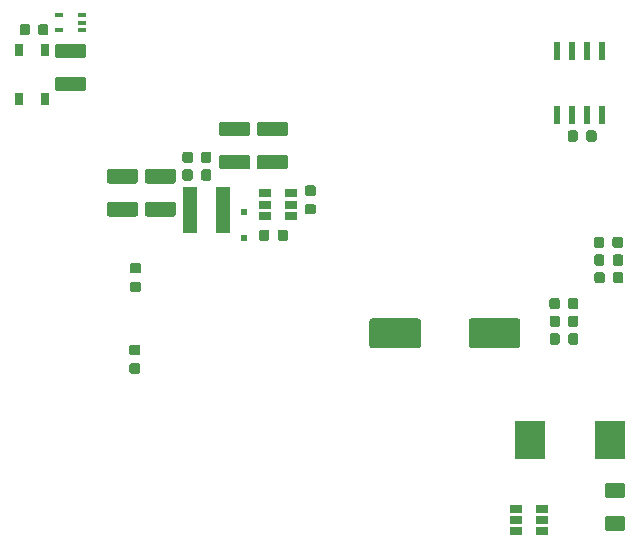
<source format=gbr>
G04 #@! TF.GenerationSoftware,KiCad,Pcbnew,5.0.2-bee76a0~70~ubuntu18.04.1*
G04 #@! TF.CreationDate,2019-08-08T23:41:47+02:00*
G04 #@! TF.ProjectId,adapterBoard,61646170-7465-4724-926f-6172642e6b69,rev?*
G04 #@! TF.SameCoordinates,Original*
G04 #@! TF.FileFunction,Paste,Top*
G04 #@! TF.FilePolarity,Positive*
%FSLAX46Y46*%
G04 Gerber Fmt 4.6, Leading zero omitted, Abs format (unit mm)*
G04 Created by KiCad (PCBNEW 5.0.2-bee76a0~70~ubuntu18.04.1) date Do 08 Aug 2019 23:41:47 CEST*
%MOMM*%
%LPD*%
G01*
G04 APERTURE LIST*
%ADD10R,0.500000X0.500000*%
%ADD11C,0.100000*%
%ADD12C,2.500000*%
%ADD13C,0.875000*%
%ADD14C,1.250000*%
%ADD15R,2.500000X3.300000*%
%ADD16R,1.200000X3.900000*%
%ADD17R,0.600000X1.550000*%
%ADD18R,1.060000X0.650000*%
%ADD19R,0.650000X0.400000*%
%ADD20R,0.650000X1.050000*%
G04 APERTURE END LIST*
D10*
G04 #@! TO.C,D5*
X154500000Y-69900000D03*
X154500000Y-72100000D03*
G04 #@! TD*
D11*
G04 #@! TO.C,C5*
G36*
X177674504Y-78951204D02*
X177698773Y-78954804D01*
X177722571Y-78960765D01*
X177745671Y-78969030D01*
X177767849Y-78979520D01*
X177788893Y-78992133D01*
X177808598Y-79006747D01*
X177826777Y-79023223D01*
X177843253Y-79041402D01*
X177857867Y-79061107D01*
X177870480Y-79082151D01*
X177880970Y-79104329D01*
X177889235Y-79127429D01*
X177895196Y-79151227D01*
X177898796Y-79175496D01*
X177900000Y-79200000D01*
X177900000Y-81200000D01*
X177898796Y-81224504D01*
X177895196Y-81248773D01*
X177889235Y-81272571D01*
X177880970Y-81295671D01*
X177870480Y-81317849D01*
X177857867Y-81338893D01*
X177843253Y-81358598D01*
X177826777Y-81376777D01*
X177808598Y-81393253D01*
X177788893Y-81407867D01*
X177767849Y-81420480D01*
X177745671Y-81430970D01*
X177722571Y-81439235D01*
X177698773Y-81445196D01*
X177674504Y-81448796D01*
X177650000Y-81450000D01*
X173750000Y-81450000D01*
X173725496Y-81448796D01*
X173701227Y-81445196D01*
X173677429Y-81439235D01*
X173654329Y-81430970D01*
X173632151Y-81420480D01*
X173611107Y-81407867D01*
X173591402Y-81393253D01*
X173573223Y-81376777D01*
X173556747Y-81358598D01*
X173542133Y-81338893D01*
X173529520Y-81317849D01*
X173519030Y-81295671D01*
X173510765Y-81272571D01*
X173504804Y-81248773D01*
X173501204Y-81224504D01*
X173500000Y-81200000D01*
X173500000Y-79200000D01*
X173501204Y-79175496D01*
X173504804Y-79151227D01*
X173510765Y-79127429D01*
X173519030Y-79104329D01*
X173529520Y-79082151D01*
X173542133Y-79061107D01*
X173556747Y-79041402D01*
X173573223Y-79023223D01*
X173591402Y-79006747D01*
X173611107Y-78992133D01*
X173632151Y-78979520D01*
X173654329Y-78969030D01*
X173677429Y-78960765D01*
X173701227Y-78954804D01*
X173725496Y-78951204D01*
X173750000Y-78950000D01*
X177650000Y-78950000D01*
X177674504Y-78951204D01*
X177674504Y-78951204D01*
G37*
D12*
X175700000Y-80200000D03*
D11*
G36*
X169274504Y-78951204D02*
X169298773Y-78954804D01*
X169322571Y-78960765D01*
X169345671Y-78969030D01*
X169367849Y-78979520D01*
X169388893Y-78992133D01*
X169408598Y-79006747D01*
X169426777Y-79023223D01*
X169443253Y-79041402D01*
X169457867Y-79061107D01*
X169470480Y-79082151D01*
X169480970Y-79104329D01*
X169489235Y-79127429D01*
X169495196Y-79151227D01*
X169498796Y-79175496D01*
X169500000Y-79200000D01*
X169500000Y-81200000D01*
X169498796Y-81224504D01*
X169495196Y-81248773D01*
X169489235Y-81272571D01*
X169480970Y-81295671D01*
X169470480Y-81317849D01*
X169457867Y-81338893D01*
X169443253Y-81358598D01*
X169426777Y-81376777D01*
X169408598Y-81393253D01*
X169388893Y-81407867D01*
X169367849Y-81420480D01*
X169345671Y-81430970D01*
X169322571Y-81439235D01*
X169298773Y-81445196D01*
X169274504Y-81448796D01*
X169250000Y-81450000D01*
X165350000Y-81450000D01*
X165325496Y-81448796D01*
X165301227Y-81445196D01*
X165277429Y-81439235D01*
X165254329Y-81430970D01*
X165232151Y-81420480D01*
X165211107Y-81407867D01*
X165191402Y-81393253D01*
X165173223Y-81376777D01*
X165156747Y-81358598D01*
X165142133Y-81338893D01*
X165129520Y-81317849D01*
X165119030Y-81295671D01*
X165110765Y-81272571D01*
X165104804Y-81248773D01*
X165101204Y-81224504D01*
X165100000Y-81200000D01*
X165100000Y-79200000D01*
X165101204Y-79175496D01*
X165104804Y-79151227D01*
X165110765Y-79127429D01*
X165119030Y-79104329D01*
X165129520Y-79082151D01*
X165142133Y-79061107D01*
X165156747Y-79041402D01*
X165173223Y-79023223D01*
X165191402Y-79006747D01*
X165211107Y-78992133D01*
X165232151Y-78979520D01*
X165254329Y-78969030D01*
X165277429Y-78960765D01*
X165301227Y-78954804D01*
X165325496Y-78951204D01*
X165350000Y-78950000D01*
X169250000Y-78950000D01*
X169274504Y-78951204D01*
X169274504Y-78951204D01*
G37*
D12*
X167300000Y-80200000D03*
G04 #@! TD*
D11*
G04 #@! TO.C,C2*
G36*
X184790191Y-72026053D02*
X184811426Y-72029203D01*
X184832250Y-72034419D01*
X184852462Y-72041651D01*
X184871868Y-72050830D01*
X184890281Y-72061866D01*
X184907524Y-72074654D01*
X184923430Y-72089070D01*
X184937846Y-72104976D01*
X184950634Y-72122219D01*
X184961670Y-72140632D01*
X184970849Y-72160038D01*
X184978081Y-72180250D01*
X184983297Y-72201074D01*
X184986447Y-72222309D01*
X184987500Y-72243750D01*
X184987500Y-72756250D01*
X184986447Y-72777691D01*
X184983297Y-72798926D01*
X184978081Y-72819750D01*
X184970849Y-72839962D01*
X184961670Y-72859368D01*
X184950634Y-72877781D01*
X184937846Y-72895024D01*
X184923430Y-72910930D01*
X184907524Y-72925346D01*
X184890281Y-72938134D01*
X184871868Y-72949170D01*
X184852462Y-72958349D01*
X184832250Y-72965581D01*
X184811426Y-72970797D01*
X184790191Y-72973947D01*
X184768750Y-72975000D01*
X184331250Y-72975000D01*
X184309809Y-72973947D01*
X184288574Y-72970797D01*
X184267750Y-72965581D01*
X184247538Y-72958349D01*
X184228132Y-72949170D01*
X184209719Y-72938134D01*
X184192476Y-72925346D01*
X184176570Y-72910930D01*
X184162154Y-72895024D01*
X184149366Y-72877781D01*
X184138330Y-72859368D01*
X184129151Y-72839962D01*
X184121919Y-72819750D01*
X184116703Y-72798926D01*
X184113553Y-72777691D01*
X184112500Y-72756250D01*
X184112500Y-72243750D01*
X184113553Y-72222309D01*
X184116703Y-72201074D01*
X184121919Y-72180250D01*
X184129151Y-72160038D01*
X184138330Y-72140632D01*
X184149366Y-72122219D01*
X184162154Y-72104976D01*
X184176570Y-72089070D01*
X184192476Y-72074654D01*
X184209719Y-72061866D01*
X184228132Y-72050830D01*
X184247538Y-72041651D01*
X184267750Y-72034419D01*
X184288574Y-72029203D01*
X184309809Y-72026053D01*
X184331250Y-72025000D01*
X184768750Y-72025000D01*
X184790191Y-72026053D01*
X184790191Y-72026053D01*
G37*
D13*
X184550000Y-72500000D03*
D11*
G36*
X186365191Y-72026053D02*
X186386426Y-72029203D01*
X186407250Y-72034419D01*
X186427462Y-72041651D01*
X186446868Y-72050830D01*
X186465281Y-72061866D01*
X186482524Y-72074654D01*
X186498430Y-72089070D01*
X186512846Y-72104976D01*
X186525634Y-72122219D01*
X186536670Y-72140632D01*
X186545849Y-72160038D01*
X186553081Y-72180250D01*
X186558297Y-72201074D01*
X186561447Y-72222309D01*
X186562500Y-72243750D01*
X186562500Y-72756250D01*
X186561447Y-72777691D01*
X186558297Y-72798926D01*
X186553081Y-72819750D01*
X186545849Y-72839962D01*
X186536670Y-72859368D01*
X186525634Y-72877781D01*
X186512846Y-72895024D01*
X186498430Y-72910930D01*
X186482524Y-72925346D01*
X186465281Y-72938134D01*
X186446868Y-72949170D01*
X186427462Y-72958349D01*
X186407250Y-72965581D01*
X186386426Y-72970797D01*
X186365191Y-72973947D01*
X186343750Y-72975000D01*
X185906250Y-72975000D01*
X185884809Y-72973947D01*
X185863574Y-72970797D01*
X185842750Y-72965581D01*
X185822538Y-72958349D01*
X185803132Y-72949170D01*
X185784719Y-72938134D01*
X185767476Y-72925346D01*
X185751570Y-72910930D01*
X185737154Y-72895024D01*
X185724366Y-72877781D01*
X185713330Y-72859368D01*
X185704151Y-72839962D01*
X185696919Y-72819750D01*
X185691703Y-72798926D01*
X185688553Y-72777691D01*
X185687500Y-72756250D01*
X185687500Y-72243750D01*
X185688553Y-72222309D01*
X185691703Y-72201074D01*
X185696919Y-72180250D01*
X185704151Y-72160038D01*
X185713330Y-72140632D01*
X185724366Y-72122219D01*
X185737154Y-72104976D01*
X185751570Y-72089070D01*
X185767476Y-72074654D01*
X185784719Y-72061866D01*
X185803132Y-72050830D01*
X185822538Y-72041651D01*
X185842750Y-72034419D01*
X185863574Y-72029203D01*
X185884809Y-72026053D01*
X185906250Y-72025000D01*
X186343750Y-72025000D01*
X186365191Y-72026053D01*
X186365191Y-72026053D01*
G37*
D13*
X186125000Y-72500000D03*
G04 #@! TD*
D11*
G04 #@! TO.C,C3*
G36*
X137740191Y-54026053D02*
X137761426Y-54029203D01*
X137782250Y-54034419D01*
X137802462Y-54041651D01*
X137821868Y-54050830D01*
X137840281Y-54061866D01*
X137857524Y-54074654D01*
X137873430Y-54089070D01*
X137887846Y-54104976D01*
X137900634Y-54122219D01*
X137911670Y-54140632D01*
X137920849Y-54160038D01*
X137928081Y-54180250D01*
X137933297Y-54201074D01*
X137936447Y-54222309D01*
X137937500Y-54243750D01*
X137937500Y-54756250D01*
X137936447Y-54777691D01*
X137933297Y-54798926D01*
X137928081Y-54819750D01*
X137920849Y-54839962D01*
X137911670Y-54859368D01*
X137900634Y-54877781D01*
X137887846Y-54895024D01*
X137873430Y-54910930D01*
X137857524Y-54925346D01*
X137840281Y-54938134D01*
X137821868Y-54949170D01*
X137802462Y-54958349D01*
X137782250Y-54965581D01*
X137761426Y-54970797D01*
X137740191Y-54973947D01*
X137718750Y-54975000D01*
X137281250Y-54975000D01*
X137259809Y-54973947D01*
X137238574Y-54970797D01*
X137217750Y-54965581D01*
X137197538Y-54958349D01*
X137178132Y-54949170D01*
X137159719Y-54938134D01*
X137142476Y-54925346D01*
X137126570Y-54910930D01*
X137112154Y-54895024D01*
X137099366Y-54877781D01*
X137088330Y-54859368D01*
X137079151Y-54839962D01*
X137071919Y-54819750D01*
X137066703Y-54798926D01*
X137063553Y-54777691D01*
X137062500Y-54756250D01*
X137062500Y-54243750D01*
X137063553Y-54222309D01*
X137066703Y-54201074D01*
X137071919Y-54180250D01*
X137079151Y-54160038D01*
X137088330Y-54140632D01*
X137099366Y-54122219D01*
X137112154Y-54104976D01*
X137126570Y-54089070D01*
X137142476Y-54074654D01*
X137159719Y-54061866D01*
X137178132Y-54050830D01*
X137197538Y-54041651D01*
X137217750Y-54034419D01*
X137238574Y-54029203D01*
X137259809Y-54026053D01*
X137281250Y-54025000D01*
X137718750Y-54025000D01*
X137740191Y-54026053D01*
X137740191Y-54026053D01*
G37*
D13*
X137500000Y-54500000D03*
D11*
G36*
X136165191Y-54026053D02*
X136186426Y-54029203D01*
X136207250Y-54034419D01*
X136227462Y-54041651D01*
X136246868Y-54050830D01*
X136265281Y-54061866D01*
X136282524Y-54074654D01*
X136298430Y-54089070D01*
X136312846Y-54104976D01*
X136325634Y-54122219D01*
X136336670Y-54140632D01*
X136345849Y-54160038D01*
X136353081Y-54180250D01*
X136358297Y-54201074D01*
X136361447Y-54222309D01*
X136362500Y-54243750D01*
X136362500Y-54756250D01*
X136361447Y-54777691D01*
X136358297Y-54798926D01*
X136353081Y-54819750D01*
X136345849Y-54839962D01*
X136336670Y-54859368D01*
X136325634Y-54877781D01*
X136312846Y-54895024D01*
X136298430Y-54910930D01*
X136282524Y-54925346D01*
X136265281Y-54938134D01*
X136246868Y-54949170D01*
X136227462Y-54958349D01*
X136207250Y-54965581D01*
X136186426Y-54970797D01*
X136165191Y-54973947D01*
X136143750Y-54975000D01*
X135706250Y-54975000D01*
X135684809Y-54973947D01*
X135663574Y-54970797D01*
X135642750Y-54965581D01*
X135622538Y-54958349D01*
X135603132Y-54949170D01*
X135584719Y-54938134D01*
X135567476Y-54925346D01*
X135551570Y-54910930D01*
X135537154Y-54895024D01*
X135524366Y-54877781D01*
X135513330Y-54859368D01*
X135504151Y-54839962D01*
X135496919Y-54819750D01*
X135491703Y-54798926D01*
X135488553Y-54777691D01*
X135487500Y-54756250D01*
X135487500Y-54243750D01*
X135488553Y-54222309D01*
X135491703Y-54201074D01*
X135496919Y-54180250D01*
X135504151Y-54160038D01*
X135513330Y-54140632D01*
X135524366Y-54122219D01*
X135537154Y-54104976D01*
X135551570Y-54089070D01*
X135567476Y-54074654D01*
X135584719Y-54061866D01*
X135603132Y-54050830D01*
X135622538Y-54041651D01*
X135642750Y-54034419D01*
X135663574Y-54029203D01*
X135684809Y-54026053D01*
X135706250Y-54025000D01*
X136143750Y-54025000D01*
X136165191Y-54026053D01*
X136165191Y-54026053D01*
G37*
D13*
X135925000Y-54500000D03*
G04 #@! TD*
D11*
G04 #@! TO.C,C4*
G36*
X182565191Y-63026053D02*
X182586426Y-63029203D01*
X182607250Y-63034419D01*
X182627462Y-63041651D01*
X182646868Y-63050830D01*
X182665281Y-63061866D01*
X182682524Y-63074654D01*
X182698430Y-63089070D01*
X182712846Y-63104976D01*
X182725634Y-63122219D01*
X182736670Y-63140632D01*
X182745849Y-63160038D01*
X182753081Y-63180250D01*
X182758297Y-63201074D01*
X182761447Y-63222309D01*
X182762500Y-63243750D01*
X182762500Y-63756250D01*
X182761447Y-63777691D01*
X182758297Y-63798926D01*
X182753081Y-63819750D01*
X182745849Y-63839962D01*
X182736670Y-63859368D01*
X182725634Y-63877781D01*
X182712846Y-63895024D01*
X182698430Y-63910930D01*
X182682524Y-63925346D01*
X182665281Y-63938134D01*
X182646868Y-63949170D01*
X182627462Y-63958349D01*
X182607250Y-63965581D01*
X182586426Y-63970797D01*
X182565191Y-63973947D01*
X182543750Y-63975000D01*
X182106250Y-63975000D01*
X182084809Y-63973947D01*
X182063574Y-63970797D01*
X182042750Y-63965581D01*
X182022538Y-63958349D01*
X182003132Y-63949170D01*
X181984719Y-63938134D01*
X181967476Y-63925346D01*
X181951570Y-63910930D01*
X181937154Y-63895024D01*
X181924366Y-63877781D01*
X181913330Y-63859368D01*
X181904151Y-63839962D01*
X181896919Y-63819750D01*
X181891703Y-63798926D01*
X181888553Y-63777691D01*
X181887500Y-63756250D01*
X181887500Y-63243750D01*
X181888553Y-63222309D01*
X181891703Y-63201074D01*
X181896919Y-63180250D01*
X181904151Y-63160038D01*
X181913330Y-63140632D01*
X181924366Y-63122219D01*
X181937154Y-63104976D01*
X181951570Y-63089070D01*
X181967476Y-63074654D01*
X181984719Y-63061866D01*
X182003132Y-63050830D01*
X182022538Y-63041651D01*
X182042750Y-63034419D01*
X182063574Y-63029203D01*
X182084809Y-63026053D01*
X182106250Y-63025000D01*
X182543750Y-63025000D01*
X182565191Y-63026053D01*
X182565191Y-63026053D01*
G37*
D13*
X182325000Y-63500000D03*
D11*
G36*
X184140191Y-63026053D02*
X184161426Y-63029203D01*
X184182250Y-63034419D01*
X184202462Y-63041651D01*
X184221868Y-63050830D01*
X184240281Y-63061866D01*
X184257524Y-63074654D01*
X184273430Y-63089070D01*
X184287846Y-63104976D01*
X184300634Y-63122219D01*
X184311670Y-63140632D01*
X184320849Y-63160038D01*
X184328081Y-63180250D01*
X184333297Y-63201074D01*
X184336447Y-63222309D01*
X184337500Y-63243750D01*
X184337500Y-63756250D01*
X184336447Y-63777691D01*
X184333297Y-63798926D01*
X184328081Y-63819750D01*
X184320849Y-63839962D01*
X184311670Y-63859368D01*
X184300634Y-63877781D01*
X184287846Y-63895024D01*
X184273430Y-63910930D01*
X184257524Y-63925346D01*
X184240281Y-63938134D01*
X184221868Y-63949170D01*
X184202462Y-63958349D01*
X184182250Y-63965581D01*
X184161426Y-63970797D01*
X184140191Y-63973947D01*
X184118750Y-63975000D01*
X183681250Y-63975000D01*
X183659809Y-63973947D01*
X183638574Y-63970797D01*
X183617750Y-63965581D01*
X183597538Y-63958349D01*
X183578132Y-63949170D01*
X183559719Y-63938134D01*
X183542476Y-63925346D01*
X183526570Y-63910930D01*
X183512154Y-63895024D01*
X183499366Y-63877781D01*
X183488330Y-63859368D01*
X183479151Y-63839962D01*
X183471919Y-63819750D01*
X183466703Y-63798926D01*
X183463553Y-63777691D01*
X183462500Y-63756250D01*
X183462500Y-63243750D01*
X183463553Y-63222309D01*
X183466703Y-63201074D01*
X183471919Y-63180250D01*
X183479151Y-63160038D01*
X183488330Y-63140632D01*
X183499366Y-63122219D01*
X183512154Y-63104976D01*
X183526570Y-63089070D01*
X183542476Y-63074654D01*
X183559719Y-63061866D01*
X183578132Y-63050830D01*
X183597538Y-63041651D01*
X183617750Y-63034419D01*
X183638574Y-63029203D01*
X183659809Y-63026053D01*
X183681250Y-63025000D01*
X184118750Y-63025000D01*
X184140191Y-63026053D01*
X184140191Y-63026053D01*
G37*
D13*
X183900000Y-63500000D03*
G04 #@! TD*
D11*
G04 #@! TO.C,C1*
G36*
X182601115Y-77211302D02*
X182622350Y-77214452D01*
X182643174Y-77219668D01*
X182663386Y-77226900D01*
X182682792Y-77236079D01*
X182701205Y-77247115D01*
X182718448Y-77259903D01*
X182734354Y-77274319D01*
X182748770Y-77290225D01*
X182761558Y-77307468D01*
X182772594Y-77325881D01*
X182781773Y-77345287D01*
X182789005Y-77365499D01*
X182794221Y-77386323D01*
X182797371Y-77407558D01*
X182798424Y-77428999D01*
X182798424Y-77941499D01*
X182797371Y-77962940D01*
X182794221Y-77984175D01*
X182789005Y-78004999D01*
X182781773Y-78025211D01*
X182772594Y-78044617D01*
X182761558Y-78063030D01*
X182748770Y-78080273D01*
X182734354Y-78096179D01*
X182718448Y-78110595D01*
X182701205Y-78123383D01*
X182682792Y-78134419D01*
X182663386Y-78143598D01*
X182643174Y-78150830D01*
X182622350Y-78156046D01*
X182601115Y-78159196D01*
X182579674Y-78160249D01*
X182142174Y-78160249D01*
X182120733Y-78159196D01*
X182099498Y-78156046D01*
X182078674Y-78150830D01*
X182058462Y-78143598D01*
X182039056Y-78134419D01*
X182020643Y-78123383D01*
X182003400Y-78110595D01*
X181987494Y-78096179D01*
X181973078Y-78080273D01*
X181960290Y-78063030D01*
X181949254Y-78044617D01*
X181940075Y-78025211D01*
X181932843Y-78004999D01*
X181927627Y-77984175D01*
X181924477Y-77962940D01*
X181923424Y-77941499D01*
X181923424Y-77428999D01*
X181924477Y-77407558D01*
X181927627Y-77386323D01*
X181932843Y-77365499D01*
X181940075Y-77345287D01*
X181949254Y-77325881D01*
X181960290Y-77307468D01*
X181973078Y-77290225D01*
X181987494Y-77274319D01*
X182003400Y-77259903D01*
X182020643Y-77247115D01*
X182039056Y-77236079D01*
X182058462Y-77226900D01*
X182078674Y-77219668D01*
X182099498Y-77214452D01*
X182120733Y-77211302D01*
X182142174Y-77210249D01*
X182579674Y-77210249D01*
X182601115Y-77211302D01*
X182601115Y-77211302D01*
G37*
D13*
X182360924Y-77685249D03*
D11*
G36*
X181026115Y-77211302D02*
X181047350Y-77214452D01*
X181068174Y-77219668D01*
X181088386Y-77226900D01*
X181107792Y-77236079D01*
X181126205Y-77247115D01*
X181143448Y-77259903D01*
X181159354Y-77274319D01*
X181173770Y-77290225D01*
X181186558Y-77307468D01*
X181197594Y-77325881D01*
X181206773Y-77345287D01*
X181214005Y-77365499D01*
X181219221Y-77386323D01*
X181222371Y-77407558D01*
X181223424Y-77428999D01*
X181223424Y-77941499D01*
X181222371Y-77962940D01*
X181219221Y-77984175D01*
X181214005Y-78004999D01*
X181206773Y-78025211D01*
X181197594Y-78044617D01*
X181186558Y-78063030D01*
X181173770Y-78080273D01*
X181159354Y-78096179D01*
X181143448Y-78110595D01*
X181126205Y-78123383D01*
X181107792Y-78134419D01*
X181088386Y-78143598D01*
X181068174Y-78150830D01*
X181047350Y-78156046D01*
X181026115Y-78159196D01*
X181004674Y-78160249D01*
X180567174Y-78160249D01*
X180545733Y-78159196D01*
X180524498Y-78156046D01*
X180503674Y-78150830D01*
X180483462Y-78143598D01*
X180464056Y-78134419D01*
X180445643Y-78123383D01*
X180428400Y-78110595D01*
X180412494Y-78096179D01*
X180398078Y-78080273D01*
X180385290Y-78063030D01*
X180374254Y-78044617D01*
X180365075Y-78025211D01*
X180357843Y-78004999D01*
X180352627Y-77984175D01*
X180349477Y-77962940D01*
X180348424Y-77941499D01*
X180348424Y-77428999D01*
X180349477Y-77407558D01*
X180352627Y-77386323D01*
X180357843Y-77365499D01*
X180365075Y-77345287D01*
X180374254Y-77325881D01*
X180385290Y-77307468D01*
X180398078Y-77290225D01*
X180412494Y-77274319D01*
X180428400Y-77259903D01*
X180445643Y-77247115D01*
X180464056Y-77236079D01*
X180483462Y-77226900D01*
X180503674Y-77219668D01*
X180524498Y-77214452D01*
X180545733Y-77211302D01*
X180567174Y-77210249D01*
X181004674Y-77210249D01*
X181026115Y-77211302D01*
X181026115Y-77211302D01*
G37*
D13*
X180785924Y-77685249D03*
G04 #@! TD*
D11*
G04 #@! TO.C,C8*
G36*
X156440191Y-71426053D02*
X156461426Y-71429203D01*
X156482250Y-71434419D01*
X156502462Y-71441651D01*
X156521868Y-71450830D01*
X156540281Y-71461866D01*
X156557524Y-71474654D01*
X156573430Y-71489070D01*
X156587846Y-71504976D01*
X156600634Y-71522219D01*
X156611670Y-71540632D01*
X156620849Y-71560038D01*
X156628081Y-71580250D01*
X156633297Y-71601074D01*
X156636447Y-71622309D01*
X156637500Y-71643750D01*
X156637500Y-72156250D01*
X156636447Y-72177691D01*
X156633297Y-72198926D01*
X156628081Y-72219750D01*
X156620849Y-72239962D01*
X156611670Y-72259368D01*
X156600634Y-72277781D01*
X156587846Y-72295024D01*
X156573430Y-72310930D01*
X156557524Y-72325346D01*
X156540281Y-72338134D01*
X156521868Y-72349170D01*
X156502462Y-72358349D01*
X156482250Y-72365581D01*
X156461426Y-72370797D01*
X156440191Y-72373947D01*
X156418750Y-72375000D01*
X155981250Y-72375000D01*
X155959809Y-72373947D01*
X155938574Y-72370797D01*
X155917750Y-72365581D01*
X155897538Y-72358349D01*
X155878132Y-72349170D01*
X155859719Y-72338134D01*
X155842476Y-72325346D01*
X155826570Y-72310930D01*
X155812154Y-72295024D01*
X155799366Y-72277781D01*
X155788330Y-72259368D01*
X155779151Y-72239962D01*
X155771919Y-72219750D01*
X155766703Y-72198926D01*
X155763553Y-72177691D01*
X155762500Y-72156250D01*
X155762500Y-71643750D01*
X155763553Y-71622309D01*
X155766703Y-71601074D01*
X155771919Y-71580250D01*
X155779151Y-71560038D01*
X155788330Y-71540632D01*
X155799366Y-71522219D01*
X155812154Y-71504976D01*
X155826570Y-71489070D01*
X155842476Y-71474654D01*
X155859719Y-71461866D01*
X155878132Y-71450830D01*
X155897538Y-71441651D01*
X155917750Y-71434419D01*
X155938574Y-71429203D01*
X155959809Y-71426053D01*
X155981250Y-71425000D01*
X156418750Y-71425000D01*
X156440191Y-71426053D01*
X156440191Y-71426053D01*
G37*
D13*
X156200000Y-71900000D03*
D11*
G36*
X158015191Y-71426053D02*
X158036426Y-71429203D01*
X158057250Y-71434419D01*
X158077462Y-71441651D01*
X158096868Y-71450830D01*
X158115281Y-71461866D01*
X158132524Y-71474654D01*
X158148430Y-71489070D01*
X158162846Y-71504976D01*
X158175634Y-71522219D01*
X158186670Y-71540632D01*
X158195849Y-71560038D01*
X158203081Y-71580250D01*
X158208297Y-71601074D01*
X158211447Y-71622309D01*
X158212500Y-71643750D01*
X158212500Y-72156250D01*
X158211447Y-72177691D01*
X158208297Y-72198926D01*
X158203081Y-72219750D01*
X158195849Y-72239962D01*
X158186670Y-72259368D01*
X158175634Y-72277781D01*
X158162846Y-72295024D01*
X158148430Y-72310930D01*
X158132524Y-72325346D01*
X158115281Y-72338134D01*
X158096868Y-72349170D01*
X158077462Y-72358349D01*
X158057250Y-72365581D01*
X158036426Y-72370797D01*
X158015191Y-72373947D01*
X157993750Y-72375000D01*
X157556250Y-72375000D01*
X157534809Y-72373947D01*
X157513574Y-72370797D01*
X157492750Y-72365581D01*
X157472538Y-72358349D01*
X157453132Y-72349170D01*
X157434719Y-72338134D01*
X157417476Y-72325346D01*
X157401570Y-72310930D01*
X157387154Y-72295024D01*
X157374366Y-72277781D01*
X157363330Y-72259368D01*
X157354151Y-72239962D01*
X157346919Y-72219750D01*
X157341703Y-72198926D01*
X157338553Y-72177691D01*
X157337500Y-72156250D01*
X157337500Y-71643750D01*
X157338553Y-71622309D01*
X157341703Y-71601074D01*
X157346919Y-71580250D01*
X157354151Y-71560038D01*
X157363330Y-71540632D01*
X157374366Y-71522219D01*
X157387154Y-71504976D01*
X157401570Y-71489070D01*
X157417476Y-71474654D01*
X157434719Y-71461866D01*
X157453132Y-71450830D01*
X157472538Y-71441651D01*
X157492750Y-71434419D01*
X157513574Y-71429203D01*
X157534809Y-71426053D01*
X157556250Y-71425000D01*
X157993750Y-71425000D01*
X158015191Y-71426053D01*
X158015191Y-71426053D01*
G37*
D13*
X157775000Y-71900000D03*
G04 #@! TD*
D11*
G04 #@! TO.C,C9*
G36*
X149952691Y-66326053D02*
X149973926Y-66329203D01*
X149994750Y-66334419D01*
X150014962Y-66341651D01*
X150034368Y-66350830D01*
X150052781Y-66361866D01*
X150070024Y-66374654D01*
X150085930Y-66389070D01*
X150100346Y-66404976D01*
X150113134Y-66422219D01*
X150124170Y-66440632D01*
X150133349Y-66460038D01*
X150140581Y-66480250D01*
X150145797Y-66501074D01*
X150148947Y-66522309D01*
X150150000Y-66543750D01*
X150150000Y-67056250D01*
X150148947Y-67077691D01*
X150145797Y-67098926D01*
X150140581Y-67119750D01*
X150133349Y-67139962D01*
X150124170Y-67159368D01*
X150113134Y-67177781D01*
X150100346Y-67195024D01*
X150085930Y-67210930D01*
X150070024Y-67225346D01*
X150052781Y-67238134D01*
X150034368Y-67249170D01*
X150014962Y-67258349D01*
X149994750Y-67265581D01*
X149973926Y-67270797D01*
X149952691Y-67273947D01*
X149931250Y-67275000D01*
X149493750Y-67275000D01*
X149472309Y-67273947D01*
X149451074Y-67270797D01*
X149430250Y-67265581D01*
X149410038Y-67258349D01*
X149390632Y-67249170D01*
X149372219Y-67238134D01*
X149354976Y-67225346D01*
X149339070Y-67210930D01*
X149324654Y-67195024D01*
X149311866Y-67177781D01*
X149300830Y-67159368D01*
X149291651Y-67139962D01*
X149284419Y-67119750D01*
X149279203Y-67098926D01*
X149276053Y-67077691D01*
X149275000Y-67056250D01*
X149275000Y-66543750D01*
X149276053Y-66522309D01*
X149279203Y-66501074D01*
X149284419Y-66480250D01*
X149291651Y-66460038D01*
X149300830Y-66440632D01*
X149311866Y-66422219D01*
X149324654Y-66404976D01*
X149339070Y-66389070D01*
X149354976Y-66374654D01*
X149372219Y-66361866D01*
X149390632Y-66350830D01*
X149410038Y-66341651D01*
X149430250Y-66334419D01*
X149451074Y-66329203D01*
X149472309Y-66326053D01*
X149493750Y-66325000D01*
X149931250Y-66325000D01*
X149952691Y-66326053D01*
X149952691Y-66326053D01*
G37*
D13*
X149712500Y-66800000D03*
D11*
G36*
X151527691Y-66326053D02*
X151548926Y-66329203D01*
X151569750Y-66334419D01*
X151589962Y-66341651D01*
X151609368Y-66350830D01*
X151627781Y-66361866D01*
X151645024Y-66374654D01*
X151660930Y-66389070D01*
X151675346Y-66404976D01*
X151688134Y-66422219D01*
X151699170Y-66440632D01*
X151708349Y-66460038D01*
X151715581Y-66480250D01*
X151720797Y-66501074D01*
X151723947Y-66522309D01*
X151725000Y-66543750D01*
X151725000Y-67056250D01*
X151723947Y-67077691D01*
X151720797Y-67098926D01*
X151715581Y-67119750D01*
X151708349Y-67139962D01*
X151699170Y-67159368D01*
X151688134Y-67177781D01*
X151675346Y-67195024D01*
X151660930Y-67210930D01*
X151645024Y-67225346D01*
X151627781Y-67238134D01*
X151609368Y-67249170D01*
X151589962Y-67258349D01*
X151569750Y-67265581D01*
X151548926Y-67270797D01*
X151527691Y-67273947D01*
X151506250Y-67275000D01*
X151068750Y-67275000D01*
X151047309Y-67273947D01*
X151026074Y-67270797D01*
X151005250Y-67265581D01*
X150985038Y-67258349D01*
X150965632Y-67249170D01*
X150947219Y-67238134D01*
X150929976Y-67225346D01*
X150914070Y-67210930D01*
X150899654Y-67195024D01*
X150886866Y-67177781D01*
X150875830Y-67159368D01*
X150866651Y-67139962D01*
X150859419Y-67119750D01*
X150854203Y-67098926D01*
X150851053Y-67077691D01*
X150850000Y-67056250D01*
X150850000Y-66543750D01*
X150851053Y-66522309D01*
X150854203Y-66501074D01*
X150859419Y-66480250D01*
X150866651Y-66460038D01*
X150875830Y-66440632D01*
X150886866Y-66422219D01*
X150899654Y-66404976D01*
X150914070Y-66389070D01*
X150929976Y-66374654D01*
X150947219Y-66361866D01*
X150965632Y-66350830D01*
X150985038Y-66341651D01*
X151005250Y-66334419D01*
X151026074Y-66329203D01*
X151047309Y-66326053D01*
X151068750Y-66325000D01*
X151506250Y-66325000D01*
X151527691Y-66326053D01*
X151527691Y-66326053D01*
G37*
D13*
X151287500Y-66800000D03*
G04 #@! TD*
D11*
G04 #@! TO.C,C11*
G36*
X148499504Y-69076204D02*
X148523773Y-69079804D01*
X148547571Y-69085765D01*
X148570671Y-69094030D01*
X148592849Y-69104520D01*
X148613893Y-69117133D01*
X148633598Y-69131747D01*
X148651777Y-69148223D01*
X148668253Y-69166402D01*
X148682867Y-69186107D01*
X148695480Y-69207151D01*
X148705970Y-69229329D01*
X148714235Y-69252429D01*
X148720196Y-69276227D01*
X148723796Y-69300496D01*
X148725000Y-69325000D01*
X148725000Y-70075000D01*
X148723796Y-70099504D01*
X148720196Y-70123773D01*
X148714235Y-70147571D01*
X148705970Y-70170671D01*
X148695480Y-70192849D01*
X148682867Y-70213893D01*
X148668253Y-70233598D01*
X148651777Y-70251777D01*
X148633598Y-70268253D01*
X148613893Y-70282867D01*
X148592849Y-70295480D01*
X148570671Y-70305970D01*
X148547571Y-70314235D01*
X148523773Y-70320196D01*
X148499504Y-70323796D01*
X148475000Y-70325000D01*
X146325000Y-70325000D01*
X146300496Y-70323796D01*
X146276227Y-70320196D01*
X146252429Y-70314235D01*
X146229329Y-70305970D01*
X146207151Y-70295480D01*
X146186107Y-70282867D01*
X146166402Y-70268253D01*
X146148223Y-70251777D01*
X146131747Y-70233598D01*
X146117133Y-70213893D01*
X146104520Y-70192849D01*
X146094030Y-70170671D01*
X146085765Y-70147571D01*
X146079804Y-70123773D01*
X146076204Y-70099504D01*
X146075000Y-70075000D01*
X146075000Y-69325000D01*
X146076204Y-69300496D01*
X146079804Y-69276227D01*
X146085765Y-69252429D01*
X146094030Y-69229329D01*
X146104520Y-69207151D01*
X146117133Y-69186107D01*
X146131747Y-69166402D01*
X146148223Y-69148223D01*
X146166402Y-69131747D01*
X146186107Y-69117133D01*
X146207151Y-69104520D01*
X146229329Y-69094030D01*
X146252429Y-69085765D01*
X146276227Y-69079804D01*
X146300496Y-69076204D01*
X146325000Y-69075000D01*
X148475000Y-69075000D01*
X148499504Y-69076204D01*
X148499504Y-69076204D01*
G37*
D14*
X147400000Y-69700000D03*
D11*
G36*
X148499504Y-66276204D02*
X148523773Y-66279804D01*
X148547571Y-66285765D01*
X148570671Y-66294030D01*
X148592849Y-66304520D01*
X148613893Y-66317133D01*
X148633598Y-66331747D01*
X148651777Y-66348223D01*
X148668253Y-66366402D01*
X148682867Y-66386107D01*
X148695480Y-66407151D01*
X148705970Y-66429329D01*
X148714235Y-66452429D01*
X148720196Y-66476227D01*
X148723796Y-66500496D01*
X148725000Y-66525000D01*
X148725000Y-67275000D01*
X148723796Y-67299504D01*
X148720196Y-67323773D01*
X148714235Y-67347571D01*
X148705970Y-67370671D01*
X148695480Y-67392849D01*
X148682867Y-67413893D01*
X148668253Y-67433598D01*
X148651777Y-67451777D01*
X148633598Y-67468253D01*
X148613893Y-67482867D01*
X148592849Y-67495480D01*
X148570671Y-67505970D01*
X148547571Y-67514235D01*
X148523773Y-67520196D01*
X148499504Y-67523796D01*
X148475000Y-67525000D01*
X146325000Y-67525000D01*
X146300496Y-67523796D01*
X146276227Y-67520196D01*
X146252429Y-67514235D01*
X146229329Y-67505970D01*
X146207151Y-67495480D01*
X146186107Y-67482867D01*
X146166402Y-67468253D01*
X146148223Y-67451777D01*
X146131747Y-67433598D01*
X146117133Y-67413893D01*
X146104520Y-67392849D01*
X146094030Y-67370671D01*
X146085765Y-67347571D01*
X146079804Y-67323773D01*
X146076204Y-67299504D01*
X146075000Y-67275000D01*
X146075000Y-66525000D01*
X146076204Y-66500496D01*
X146079804Y-66476227D01*
X146085765Y-66452429D01*
X146094030Y-66429329D01*
X146104520Y-66407151D01*
X146117133Y-66386107D01*
X146131747Y-66366402D01*
X146148223Y-66348223D01*
X146166402Y-66331747D01*
X146186107Y-66317133D01*
X146207151Y-66304520D01*
X146229329Y-66294030D01*
X146252429Y-66285765D01*
X146276227Y-66279804D01*
X146300496Y-66276204D01*
X146325000Y-66275000D01*
X148475000Y-66275000D01*
X148499504Y-66276204D01*
X148499504Y-66276204D01*
G37*
D14*
X147400000Y-66900000D03*
G04 #@! TD*
D11*
G04 #@! TO.C,C7*
G36*
X154799504Y-62276204D02*
X154823773Y-62279804D01*
X154847571Y-62285765D01*
X154870671Y-62294030D01*
X154892849Y-62304520D01*
X154913893Y-62317133D01*
X154933598Y-62331747D01*
X154951777Y-62348223D01*
X154968253Y-62366402D01*
X154982867Y-62386107D01*
X154995480Y-62407151D01*
X155005970Y-62429329D01*
X155014235Y-62452429D01*
X155020196Y-62476227D01*
X155023796Y-62500496D01*
X155025000Y-62525000D01*
X155025000Y-63275000D01*
X155023796Y-63299504D01*
X155020196Y-63323773D01*
X155014235Y-63347571D01*
X155005970Y-63370671D01*
X154995480Y-63392849D01*
X154982867Y-63413893D01*
X154968253Y-63433598D01*
X154951777Y-63451777D01*
X154933598Y-63468253D01*
X154913893Y-63482867D01*
X154892849Y-63495480D01*
X154870671Y-63505970D01*
X154847571Y-63514235D01*
X154823773Y-63520196D01*
X154799504Y-63523796D01*
X154775000Y-63525000D01*
X152625000Y-63525000D01*
X152600496Y-63523796D01*
X152576227Y-63520196D01*
X152552429Y-63514235D01*
X152529329Y-63505970D01*
X152507151Y-63495480D01*
X152486107Y-63482867D01*
X152466402Y-63468253D01*
X152448223Y-63451777D01*
X152431747Y-63433598D01*
X152417133Y-63413893D01*
X152404520Y-63392849D01*
X152394030Y-63370671D01*
X152385765Y-63347571D01*
X152379804Y-63323773D01*
X152376204Y-63299504D01*
X152375000Y-63275000D01*
X152375000Y-62525000D01*
X152376204Y-62500496D01*
X152379804Y-62476227D01*
X152385765Y-62452429D01*
X152394030Y-62429329D01*
X152404520Y-62407151D01*
X152417133Y-62386107D01*
X152431747Y-62366402D01*
X152448223Y-62348223D01*
X152466402Y-62331747D01*
X152486107Y-62317133D01*
X152507151Y-62304520D01*
X152529329Y-62294030D01*
X152552429Y-62285765D01*
X152576227Y-62279804D01*
X152600496Y-62276204D01*
X152625000Y-62275000D01*
X154775000Y-62275000D01*
X154799504Y-62276204D01*
X154799504Y-62276204D01*
G37*
D14*
X153700000Y-62900000D03*
D11*
G36*
X154799504Y-65076204D02*
X154823773Y-65079804D01*
X154847571Y-65085765D01*
X154870671Y-65094030D01*
X154892849Y-65104520D01*
X154913893Y-65117133D01*
X154933598Y-65131747D01*
X154951777Y-65148223D01*
X154968253Y-65166402D01*
X154982867Y-65186107D01*
X154995480Y-65207151D01*
X155005970Y-65229329D01*
X155014235Y-65252429D01*
X155020196Y-65276227D01*
X155023796Y-65300496D01*
X155025000Y-65325000D01*
X155025000Y-66075000D01*
X155023796Y-66099504D01*
X155020196Y-66123773D01*
X155014235Y-66147571D01*
X155005970Y-66170671D01*
X154995480Y-66192849D01*
X154982867Y-66213893D01*
X154968253Y-66233598D01*
X154951777Y-66251777D01*
X154933598Y-66268253D01*
X154913893Y-66282867D01*
X154892849Y-66295480D01*
X154870671Y-66305970D01*
X154847571Y-66314235D01*
X154823773Y-66320196D01*
X154799504Y-66323796D01*
X154775000Y-66325000D01*
X152625000Y-66325000D01*
X152600496Y-66323796D01*
X152576227Y-66320196D01*
X152552429Y-66314235D01*
X152529329Y-66305970D01*
X152507151Y-66295480D01*
X152486107Y-66282867D01*
X152466402Y-66268253D01*
X152448223Y-66251777D01*
X152431747Y-66233598D01*
X152417133Y-66213893D01*
X152404520Y-66192849D01*
X152394030Y-66170671D01*
X152385765Y-66147571D01*
X152379804Y-66123773D01*
X152376204Y-66099504D01*
X152375000Y-66075000D01*
X152375000Y-65325000D01*
X152376204Y-65300496D01*
X152379804Y-65276227D01*
X152385765Y-65252429D01*
X152394030Y-65229329D01*
X152404520Y-65207151D01*
X152417133Y-65186107D01*
X152431747Y-65166402D01*
X152448223Y-65148223D01*
X152466402Y-65131747D01*
X152486107Y-65117133D01*
X152507151Y-65104520D01*
X152529329Y-65094030D01*
X152552429Y-65085765D01*
X152576227Y-65079804D01*
X152600496Y-65076204D01*
X152625000Y-65075000D01*
X154775000Y-65075000D01*
X154799504Y-65076204D01*
X154799504Y-65076204D01*
G37*
D14*
X153700000Y-65700000D03*
G04 #@! TD*
D11*
G04 #@! TO.C,C10*
G36*
X145299504Y-69076204D02*
X145323773Y-69079804D01*
X145347571Y-69085765D01*
X145370671Y-69094030D01*
X145392849Y-69104520D01*
X145413893Y-69117133D01*
X145433598Y-69131747D01*
X145451777Y-69148223D01*
X145468253Y-69166402D01*
X145482867Y-69186107D01*
X145495480Y-69207151D01*
X145505970Y-69229329D01*
X145514235Y-69252429D01*
X145520196Y-69276227D01*
X145523796Y-69300496D01*
X145525000Y-69325000D01*
X145525000Y-70075000D01*
X145523796Y-70099504D01*
X145520196Y-70123773D01*
X145514235Y-70147571D01*
X145505970Y-70170671D01*
X145495480Y-70192849D01*
X145482867Y-70213893D01*
X145468253Y-70233598D01*
X145451777Y-70251777D01*
X145433598Y-70268253D01*
X145413893Y-70282867D01*
X145392849Y-70295480D01*
X145370671Y-70305970D01*
X145347571Y-70314235D01*
X145323773Y-70320196D01*
X145299504Y-70323796D01*
X145275000Y-70325000D01*
X143125000Y-70325000D01*
X143100496Y-70323796D01*
X143076227Y-70320196D01*
X143052429Y-70314235D01*
X143029329Y-70305970D01*
X143007151Y-70295480D01*
X142986107Y-70282867D01*
X142966402Y-70268253D01*
X142948223Y-70251777D01*
X142931747Y-70233598D01*
X142917133Y-70213893D01*
X142904520Y-70192849D01*
X142894030Y-70170671D01*
X142885765Y-70147571D01*
X142879804Y-70123773D01*
X142876204Y-70099504D01*
X142875000Y-70075000D01*
X142875000Y-69325000D01*
X142876204Y-69300496D01*
X142879804Y-69276227D01*
X142885765Y-69252429D01*
X142894030Y-69229329D01*
X142904520Y-69207151D01*
X142917133Y-69186107D01*
X142931747Y-69166402D01*
X142948223Y-69148223D01*
X142966402Y-69131747D01*
X142986107Y-69117133D01*
X143007151Y-69104520D01*
X143029329Y-69094030D01*
X143052429Y-69085765D01*
X143076227Y-69079804D01*
X143100496Y-69076204D01*
X143125000Y-69075000D01*
X145275000Y-69075000D01*
X145299504Y-69076204D01*
X145299504Y-69076204D01*
G37*
D14*
X144200000Y-69700000D03*
D11*
G36*
X145299504Y-66276204D02*
X145323773Y-66279804D01*
X145347571Y-66285765D01*
X145370671Y-66294030D01*
X145392849Y-66304520D01*
X145413893Y-66317133D01*
X145433598Y-66331747D01*
X145451777Y-66348223D01*
X145468253Y-66366402D01*
X145482867Y-66386107D01*
X145495480Y-66407151D01*
X145505970Y-66429329D01*
X145514235Y-66452429D01*
X145520196Y-66476227D01*
X145523796Y-66500496D01*
X145525000Y-66525000D01*
X145525000Y-67275000D01*
X145523796Y-67299504D01*
X145520196Y-67323773D01*
X145514235Y-67347571D01*
X145505970Y-67370671D01*
X145495480Y-67392849D01*
X145482867Y-67413893D01*
X145468253Y-67433598D01*
X145451777Y-67451777D01*
X145433598Y-67468253D01*
X145413893Y-67482867D01*
X145392849Y-67495480D01*
X145370671Y-67505970D01*
X145347571Y-67514235D01*
X145323773Y-67520196D01*
X145299504Y-67523796D01*
X145275000Y-67525000D01*
X143125000Y-67525000D01*
X143100496Y-67523796D01*
X143076227Y-67520196D01*
X143052429Y-67514235D01*
X143029329Y-67505970D01*
X143007151Y-67495480D01*
X142986107Y-67482867D01*
X142966402Y-67468253D01*
X142948223Y-67451777D01*
X142931747Y-67433598D01*
X142917133Y-67413893D01*
X142904520Y-67392849D01*
X142894030Y-67370671D01*
X142885765Y-67347571D01*
X142879804Y-67323773D01*
X142876204Y-67299504D01*
X142875000Y-67275000D01*
X142875000Y-66525000D01*
X142876204Y-66500496D01*
X142879804Y-66476227D01*
X142885765Y-66452429D01*
X142894030Y-66429329D01*
X142904520Y-66407151D01*
X142917133Y-66386107D01*
X142931747Y-66366402D01*
X142948223Y-66348223D01*
X142966402Y-66331747D01*
X142986107Y-66317133D01*
X143007151Y-66304520D01*
X143029329Y-66294030D01*
X143052429Y-66285765D01*
X143076227Y-66279804D01*
X143100496Y-66276204D01*
X143125000Y-66275000D01*
X145275000Y-66275000D01*
X145299504Y-66276204D01*
X145299504Y-66276204D01*
G37*
D14*
X144200000Y-66900000D03*
G04 #@! TD*
D11*
G04 #@! TO.C,C12*
G36*
X140899504Y-58476204D02*
X140923773Y-58479804D01*
X140947571Y-58485765D01*
X140970671Y-58494030D01*
X140992849Y-58504520D01*
X141013893Y-58517133D01*
X141033598Y-58531747D01*
X141051777Y-58548223D01*
X141068253Y-58566402D01*
X141082867Y-58586107D01*
X141095480Y-58607151D01*
X141105970Y-58629329D01*
X141114235Y-58652429D01*
X141120196Y-58676227D01*
X141123796Y-58700496D01*
X141125000Y-58725000D01*
X141125000Y-59475000D01*
X141123796Y-59499504D01*
X141120196Y-59523773D01*
X141114235Y-59547571D01*
X141105970Y-59570671D01*
X141095480Y-59592849D01*
X141082867Y-59613893D01*
X141068253Y-59633598D01*
X141051777Y-59651777D01*
X141033598Y-59668253D01*
X141013893Y-59682867D01*
X140992849Y-59695480D01*
X140970671Y-59705970D01*
X140947571Y-59714235D01*
X140923773Y-59720196D01*
X140899504Y-59723796D01*
X140875000Y-59725000D01*
X138725000Y-59725000D01*
X138700496Y-59723796D01*
X138676227Y-59720196D01*
X138652429Y-59714235D01*
X138629329Y-59705970D01*
X138607151Y-59695480D01*
X138586107Y-59682867D01*
X138566402Y-59668253D01*
X138548223Y-59651777D01*
X138531747Y-59633598D01*
X138517133Y-59613893D01*
X138504520Y-59592849D01*
X138494030Y-59570671D01*
X138485765Y-59547571D01*
X138479804Y-59523773D01*
X138476204Y-59499504D01*
X138475000Y-59475000D01*
X138475000Y-58725000D01*
X138476204Y-58700496D01*
X138479804Y-58676227D01*
X138485765Y-58652429D01*
X138494030Y-58629329D01*
X138504520Y-58607151D01*
X138517133Y-58586107D01*
X138531747Y-58566402D01*
X138548223Y-58548223D01*
X138566402Y-58531747D01*
X138586107Y-58517133D01*
X138607151Y-58504520D01*
X138629329Y-58494030D01*
X138652429Y-58485765D01*
X138676227Y-58479804D01*
X138700496Y-58476204D01*
X138725000Y-58475000D01*
X140875000Y-58475000D01*
X140899504Y-58476204D01*
X140899504Y-58476204D01*
G37*
D14*
X139800000Y-59100000D03*
D11*
G36*
X140899504Y-55676204D02*
X140923773Y-55679804D01*
X140947571Y-55685765D01*
X140970671Y-55694030D01*
X140992849Y-55704520D01*
X141013893Y-55717133D01*
X141033598Y-55731747D01*
X141051777Y-55748223D01*
X141068253Y-55766402D01*
X141082867Y-55786107D01*
X141095480Y-55807151D01*
X141105970Y-55829329D01*
X141114235Y-55852429D01*
X141120196Y-55876227D01*
X141123796Y-55900496D01*
X141125000Y-55925000D01*
X141125000Y-56675000D01*
X141123796Y-56699504D01*
X141120196Y-56723773D01*
X141114235Y-56747571D01*
X141105970Y-56770671D01*
X141095480Y-56792849D01*
X141082867Y-56813893D01*
X141068253Y-56833598D01*
X141051777Y-56851777D01*
X141033598Y-56868253D01*
X141013893Y-56882867D01*
X140992849Y-56895480D01*
X140970671Y-56905970D01*
X140947571Y-56914235D01*
X140923773Y-56920196D01*
X140899504Y-56923796D01*
X140875000Y-56925000D01*
X138725000Y-56925000D01*
X138700496Y-56923796D01*
X138676227Y-56920196D01*
X138652429Y-56914235D01*
X138629329Y-56905970D01*
X138607151Y-56895480D01*
X138586107Y-56882867D01*
X138566402Y-56868253D01*
X138548223Y-56851777D01*
X138531747Y-56833598D01*
X138517133Y-56813893D01*
X138504520Y-56792849D01*
X138494030Y-56770671D01*
X138485765Y-56747571D01*
X138479804Y-56723773D01*
X138476204Y-56699504D01*
X138475000Y-56675000D01*
X138475000Y-55925000D01*
X138476204Y-55900496D01*
X138479804Y-55876227D01*
X138485765Y-55852429D01*
X138494030Y-55829329D01*
X138504520Y-55807151D01*
X138517133Y-55786107D01*
X138531747Y-55766402D01*
X138548223Y-55748223D01*
X138566402Y-55731747D01*
X138586107Y-55717133D01*
X138607151Y-55704520D01*
X138629329Y-55694030D01*
X138652429Y-55685765D01*
X138676227Y-55679804D01*
X138700496Y-55676204D01*
X138725000Y-55675000D01*
X140875000Y-55675000D01*
X140899504Y-55676204D01*
X140899504Y-55676204D01*
G37*
D14*
X139800000Y-56300000D03*
G04 #@! TD*
D11*
G04 #@! TO.C,C6*
G36*
X157999504Y-65076204D02*
X158023773Y-65079804D01*
X158047571Y-65085765D01*
X158070671Y-65094030D01*
X158092849Y-65104520D01*
X158113893Y-65117133D01*
X158133598Y-65131747D01*
X158151777Y-65148223D01*
X158168253Y-65166402D01*
X158182867Y-65186107D01*
X158195480Y-65207151D01*
X158205970Y-65229329D01*
X158214235Y-65252429D01*
X158220196Y-65276227D01*
X158223796Y-65300496D01*
X158225000Y-65325000D01*
X158225000Y-66075000D01*
X158223796Y-66099504D01*
X158220196Y-66123773D01*
X158214235Y-66147571D01*
X158205970Y-66170671D01*
X158195480Y-66192849D01*
X158182867Y-66213893D01*
X158168253Y-66233598D01*
X158151777Y-66251777D01*
X158133598Y-66268253D01*
X158113893Y-66282867D01*
X158092849Y-66295480D01*
X158070671Y-66305970D01*
X158047571Y-66314235D01*
X158023773Y-66320196D01*
X157999504Y-66323796D01*
X157975000Y-66325000D01*
X155825000Y-66325000D01*
X155800496Y-66323796D01*
X155776227Y-66320196D01*
X155752429Y-66314235D01*
X155729329Y-66305970D01*
X155707151Y-66295480D01*
X155686107Y-66282867D01*
X155666402Y-66268253D01*
X155648223Y-66251777D01*
X155631747Y-66233598D01*
X155617133Y-66213893D01*
X155604520Y-66192849D01*
X155594030Y-66170671D01*
X155585765Y-66147571D01*
X155579804Y-66123773D01*
X155576204Y-66099504D01*
X155575000Y-66075000D01*
X155575000Y-65325000D01*
X155576204Y-65300496D01*
X155579804Y-65276227D01*
X155585765Y-65252429D01*
X155594030Y-65229329D01*
X155604520Y-65207151D01*
X155617133Y-65186107D01*
X155631747Y-65166402D01*
X155648223Y-65148223D01*
X155666402Y-65131747D01*
X155686107Y-65117133D01*
X155707151Y-65104520D01*
X155729329Y-65094030D01*
X155752429Y-65085765D01*
X155776227Y-65079804D01*
X155800496Y-65076204D01*
X155825000Y-65075000D01*
X157975000Y-65075000D01*
X157999504Y-65076204D01*
X157999504Y-65076204D01*
G37*
D14*
X156900000Y-65700000D03*
D11*
G36*
X157999504Y-62276204D02*
X158023773Y-62279804D01*
X158047571Y-62285765D01*
X158070671Y-62294030D01*
X158092849Y-62304520D01*
X158113893Y-62317133D01*
X158133598Y-62331747D01*
X158151777Y-62348223D01*
X158168253Y-62366402D01*
X158182867Y-62386107D01*
X158195480Y-62407151D01*
X158205970Y-62429329D01*
X158214235Y-62452429D01*
X158220196Y-62476227D01*
X158223796Y-62500496D01*
X158225000Y-62525000D01*
X158225000Y-63275000D01*
X158223796Y-63299504D01*
X158220196Y-63323773D01*
X158214235Y-63347571D01*
X158205970Y-63370671D01*
X158195480Y-63392849D01*
X158182867Y-63413893D01*
X158168253Y-63433598D01*
X158151777Y-63451777D01*
X158133598Y-63468253D01*
X158113893Y-63482867D01*
X158092849Y-63495480D01*
X158070671Y-63505970D01*
X158047571Y-63514235D01*
X158023773Y-63520196D01*
X157999504Y-63523796D01*
X157975000Y-63525000D01*
X155825000Y-63525000D01*
X155800496Y-63523796D01*
X155776227Y-63520196D01*
X155752429Y-63514235D01*
X155729329Y-63505970D01*
X155707151Y-63495480D01*
X155686107Y-63482867D01*
X155666402Y-63468253D01*
X155648223Y-63451777D01*
X155631747Y-63433598D01*
X155617133Y-63413893D01*
X155604520Y-63392849D01*
X155594030Y-63370671D01*
X155585765Y-63347571D01*
X155579804Y-63323773D01*
X155576204Y-63299504D01*
X155575000Y-63275000D01*
X155575000Y-62525000D01*
X155576204Y-62500496D01*
X155579804Y-62476227D01*
X155585765Y-62452429D01*
X155594030Y-62429329D01*
X155604520Y-62407151D01*
X155617133Y-62386107D01*
X155631747Y-62366402D01*
X155648223Y-62348223D01*
X155666402Y-62331747D01*
X155686107Y-62317133D01*
X155707151Y-62304520D01*
X155729329Y-62294030D01*
X155752429Y-62285765D01*
X155776227Y-62279804D01*
X155800496Y-62276204D01*
X155825000Y-62275000D01*
X157975000Y-62275000D01*
X157999504Y-62276204D01*
X157999504Y-62276204D01*
G37*
D14*
X156900000Y-62900000D03*
G04 #@! TD*
D15*
G04 #@! TO.C,D3*
X185500000Y-89200000D03*
X178700000Y-89200000D03*
G04 #@! TD*
D11*
G04 #@! TO.C,F1*
G36*
X186549504Y-92876204D02*
X186573773Y-92879804D01*
X186597571Y-92885765D01*
X186620671Y-92894030D01*
X186642849Y-92904520D01*
X186663893Y-92917133D01*
X186683598Y-92931747D01*
X186701777Y-92948223D01*
X186718253Y-92966402D01*
X186732867Y-92986107D01*
X186745480Y-93007151D01*
X186755970Y-93029329D01*
X186764235Y-93052429D01*
X186770196Y-93076227D01*
X186773796Y-93100496D01*
X186775000Y-93125000D01*
X186775000Y-93875000D01*
X186773796Y-93899504D01*
X186770196Y-93923773D01*
X186764235Y-93947571D01*
X186755970Y-93970671D01*
X186745480Y-93992849D01*
X186732867Y-94013893D01*
X186718253Y-94033598D01*
X186701777Y-94051777D01*
X186683598Y-94068253D01*
X186663893Y-94082867D01*
X186642849Y-94095480D01*
X186620671Y-94105970D01*
X186597571Y-94114235D01*
X186573773Y-94120196D01*
X186549504Y-94123796D01*
X186525000Y-94125000D01*
X185275000Y-94125000D01*
X185250496Y-94123796D01*
X185226227Y-94120196D01*
X185202429Y-94114235D01*
X185179329Y-94105970D01*
X185157151Y-94095480D01*
X185136107Y-94082867D01*
X185116402Y-94068253D01*
X185098223Y-94051777D01*
X185081747Y-94033598D01*
X185067133Y-94013893D01*
X185054520Y-93992849D01*
X185044030Y-93970671D01*
X185035765Y-93947571D01*
X185029804Y-93923773D01*
X185026204Y-93899504D01*
X185025000Y-93875000D01*
X185025000Y-93125000D01*
X185026204Y-93100496D01*
X185029804Y-93076227D01*
X185035765Y-93052429D01*
X185044030Y-93029329D01*
X185054520Y-93007151D01*
X185067133Y-92986107D01*
X185081747Y-92966402D01*
X185098223Y-92948223D01*
X185116402Y-92931747D01*
X185136107Y-92917133D01*
X185157151Y-92904520D01*
X185179329Y-92894030D01*
X185202429Y-92885765D01*
X185226227Y-92879804D01*
X185250496Y-92876204D01*
X185275000Y-92875000D01*
X186525000Y-92875000D01*
X186549504Y-92876204D01*
X186549504Y-92876204D01*
G37*
D14*
X185900000Y-93500000D03*
D11*
G36*
X186549504Y-95676204D02*
X186573773Y-95679804D01*
X186597571Y-95685765D01*
X186620671Y-95694030D01*
X186642849Y-95704520D01*
X186663893Y-95717133D01*
X186683598Y-95731747D01*
X186701777Y-95748223D01*
X186718253Y-95766402D01*
X186732867Y-95786107D01*
X186745480Y-95807151D01*
X186755970Y-95829329D01*
X186764235Y-95852429D01*
X186770196Y-95876227D01*
X186773796Y-95900496D01*
X186775000Y-95925000D01*
X186775000Y-96675000D01*
X186773796Y-96699504D01*
X186770196Y-96723773D01*
X186764235Y-96747571D01*
X186755970Y-96770671D01*
X186745480Y-96792849D01*
X186732867Y-96813893D01*
X186718253Y-96833598D01*
X186701777Y-96851777D01*
X186683598Y-96868253D01*
X186663893Y-96882867D01*
X186642849Y-96895480D01*
X186620671Y-96905970D01*
X186597571Y-96914235D01*
X186573773Y-96920196D01*
X186549504Y-96923796D01*
X186525000Y-96925000D01*
X185275000Y-96925000D01*
X185250496Y-96923796D01*
X185226227Y-96920196D01*
X185202429Y-96914235D01*
X185179329Y-96905970D01*
X185157151Y-96895480D01*
X185136107Y-96882867D01*
X185116402Y-96868253D01*
X185098223Y-96851777D01*
X185081747Y-96833598D01*
X185067133Y-96813893D01*
X185054520Y-96792849D01*
X185044030Y-96770671D01*
X185035765Y-96747571D01*
X185029804Y-96723773D01*
X185026204Y-96699504D01*
X185025000Y-96675000D01*
X185025000Y-95925000D01*
X185026204Y-95900496D01*
X185029804Y-95876227D01*
X185035765Y-95852429D01*
X185044030Y-95829329D01*
X185054520Y-95807151D01*
X185067133Y-95786107D01*
X185081747Y-95766402D01*
X185098223Y-95748223D01*
X185116402Y-95731747D01*
X185136107Y-95717133D01*
X185157151Y-95704520D01*
X185179329Y-95694030D01*
X185202429Y-95685765D01*
X185226227Y-95679804D01*
X185250496Y-95676204D01*
X185275000Y-95675000D01*
X186525000Y-95675000D01*
X186549504Y-95676204D01*
X186549504Y-95676204D01*
G37*
D14*
X185900000Y-96300000D03*
G04 #@! TD*
D16*
G04 #@! TO.C,L1*
X152700000Y-69800000D03*
X149900000Y-69800000D03*
G04 #@! TD*
D17*
G04 #@! TO.C,U3*
X180995000Y-61700000D03*
X182265000Y-61700000D03*
X183535000Y-61700000D03*
X184805000Y-61700000D03*
X184805000Y-56300000D03*
X183535000Y-56300000D03*
X182265000Y-56300000D03*
X180995000Y-56300000D03*
G04 #@! TD*
D18*
G04 #@! TO.C,U2*
X177500000Y-96000000D03*
X177500000Y-96950000D03*
X177500000Y-95050000D03*
X179700000Y-95050000D03*
X179700000Y-96000000D03*
X179700000Y-96950000D03*
G04 #@! TD*
G04 #@! TO.C,U4*
X158500000Y-70250000D03*
X158500000Y-69300000D03*
X158500000Y-68350000D03*
X156300000Y-68350000D03*
X156300000Y-70250000D03*
X156300000Y-69300000D03*
G04 #@! TD*
D19*
G04 #@! TO.C,U1*
X140750000Y-54550000D03*
X140750000Y-53250000D03*
X140750000Y-53900000D03*
X138850000Y-53250000D03*
X138850000Y-54550000D03*
G04 #@! TD*
D11*
G04 #@! TO.C,R2*
G36*
X184840191Y-75026053D02*
X184861426Y-75029203D01*
X184882250Y-75034419D01*
X184902462Y-75041651D01*
X184921868Y-75050830D01*
X184940281Y-75061866D01*
X184957524Y-75074654D01*
X184973430Y-75089070D01*
X184987846Y-75104976D01*
X185000634Y-75122219D01*
X185011670Y-75140632D01*
X185020849Y-75160038D01*
X185028081Y-75180250D01*
X185033297Y-75201074D01*
X185036447Y-75222309D01*
X185037500Y-75243750D01*
X185037500Y-75756250D01*
X185036447Y-75777691D01*
X185033297Y-75798926D01*
X185028081Y-75819750D01*
X185020849Y-75839962D01*
X185011670Y-75859368D01*
X185000634Y-75877781D01*
X184987846Y-75895024D01*
X184973430Y-75910930D01*
X184957524Y-75925346D01*
X184940281Y-75938134D01*
X184921868Y-75949170D01*
X184902462Y-75958349D01*
X184882250Y-75965581D01*
X184861426Y-75970797D01*
X184840191Y-75973947D01*
X184818750Y-75975000D01*
X184381250Y-75975000D01*
X184359809Y-75973947D01*
X184338574Y-75970797D01*
X184317750Y-75965581D01*
X184297538Y-75958349D01*
X184278132Y-75949170D01*
X184259719Y-75938134D01*
X184242476Y-75925346D01*
X184226570Y-75910930D01*
X184212154Y-75895024D01*
X184199366Y-75877781D01*
X184188330Y-75859368D01*
X184179151Y-75839962D01*
X184171919Y-75819750D01*
X184166703Y-75798926D01*
X184163553Y-75777691D01*
X184162500Y-75756250D01*
X184162500Y-75243750D01*
X184163553Y-75222309D01*
X184166703Y-75201074D01*
X184171919Y-75180250D01*
X184179151Y-75160038D01*
X184188330Y-75140632D01*
X184199366Y-75122219D01*
X184212154Y-75104976D01*
X184226570Y-75089070D01*
X184242476Y-75074654D01*
X184259719Y-75061866D01*
X184278132Y-75050830D01*
X184297538Y-75041651D01*
X184317750Y-75034419D01*
X184338574Y-75029203D01*
X184359809Y-75026053D01*
X184381250Y-75025000D01*
X184818750Y-75025000D01*
X184840191Y-75026053D01*
X184840191Y-75026053D01*
G37*
D13*
X184600000Y-75500000D03*
D11*
G36*
X186415191Y-75026053D02*
X186436426Y-75029203D01*
X186457250Y-75034419D01*
X186477462Y-75041651D01*
X186496868Y-75050830D01*
X186515281Y-75061866D01*
X186532524Y-75074654D01*
X186548430Y-75089070D01*
X186562846Y-75104976D01*
X186575634Y-75122219D01*
X186586670Y-75140632D01*
X186595849Y-75160038D01*
X186603081Y-75180250D01*
X186608297Y-75201074D01*
X186611447Y-75222309D01*
X186612500Y-75243750D01*
X186612500Y-75756250D01*
X186611447Y-75777691D01*
X186608297Y-75798926D01*
X186603081Y-75819750D01*
X186595849Y-75839962D01*
X186586670Y-75859368D01*
X186575634Y-75877781D01*
X186562846Y-75895024D01*
X186548430Y-75910930D01*
X186532524Y-75925346D01*
X186515281Y-75938134D01*
X186496868Y-75949170D01*
X186477462Y-75958349D01*
X186457250Y-75965581D01*
X186436426Y-75970797D01*
X186415191Y-75973947D01*
X186393750Y-75975000D01*
X185956250Y-75975000D01*
X185934809Y-75973947D01*
X185913574Y-75970797D01*
X185892750Y-75965581D01*
X185872538Y-75958349D01*
X185853132Y-75949170D01*
X185834719Y-75938134D01*
X185817476Y-75925346D01*
X185801570Y-75910930D01*
X185787154Y-75895024D01*
X185774366Y-75877781D01*
X185763330Y-75859368D01*
X185754151Y-75839962D01*
X185746919Y-75819750D01*
X185741703Y-75798926D01*
X185738553Y-75777691D01*
X185737500Y-75756250D01*
X185737500Y-75243750D01*
X185738553Y-75222309D01*
X185741703Y-75201074D01*
X185746919Y-75180250D01*
X185754151Y-75160038D01*
X185763330Y-75140632D01*
X185774366Y-75122219D01*
X185787154Y-75104976D01*
X185801570Y-75089070D01*
X185817476Y-75074654D01*
X185834719Y-75061866D01*
X185853132Y-75050830D01*
X185872538Y-75041651D01*
X185892750Y-75034419D01*
X185913574Y-75029203D01*
X185934809Y-75026053D01*
X185956250Y-75025000D01*
X186393750Y-75025000D01*
X186415191Y-75026053D01*
X186415191Y-75026053D01*
G37*
D13*
X186175000Y-75500000D03*
G04 #@! TD*
D11*
G04 #@! TO.C,R3*
G36*
X182613615Y-78711302D02*
X182634850Y-78714452D01*
X182655674Y-78719668D01*
X182675886Y-78726900D01*
X182695292Y-78736079D01*
X182713705Y-78747115D01*
X182730948Y-78759903D01*
X182746854Y-78774319D01*
X182761270Y-78790225D01*
X182774058Y-78807468D01*
X182785094Y-78825881D01*
X182794273Y-78845287D01*
X182801505Y-78865499D01*
X182806721Y-78886323D01*
X182809871Y-78907558D01*
X182810924Y-78928999D01*
X182810924Y-79441499D01*
X182809871Y-79462940D01*
X182806721Y-79484175D01*
X182801505Y-79504999D01*
X182794273Y-79525211D01*
X182785094Y-79544617D01*
X182774058Y-79563030D01*
X182761270Y-79580273D01*
X182746854Y-79596179D01*
X182730948Y-79610595D01*
X182713705Y-79623383D01*
X182695292Y-79634419D01*
X182675886Y-79643598D01*
X182655674Y-79650830D01*
X182634850Y-79656046D01*
X182613615Y-79659196D01*
X182592174Y-79660249D01*
X182154674Y-79660249D01*
X182133233Y-79659196D01*
X182111998Y-79656046D01*
X182091174Y-79650830D01*
X182070962Y-79643598D01*
X182051556Y-79634419D01*
X182033143Y-79623383D01*
X182015900Y-79610595D01*
X181999994Y-79596179D01*
X181985578Y-79580273D01*
X181972790Y-79563030D01*
X181961754Y-79544617D01*
X181952575Y-79525211D01*
X181945343Y-79504999D01*
X181940127Y-79484175D01*
X181936977Y-79462940D01*
X181935924Y-79441499D01*
X181935924Y-78928999D01*
X181936977Y-78907558D01*
X181940127Y-78886323D01*
X181945343Y-78865499D01*
X181952575Y-78845287D01*
X181961754Y-78825881D01*
X181972790Y-78807468D01*
X181985578Y-78790225D01*
X181999994Y-78774319D01*
X182015900Y-78759903D01*
X182033143Y-78747115D01*
X182051556Y-78736079D01*
X182070962Y-78726900D01*
X182091174Y-78719668D01*
X182111998Y-78714452D01*
X182133233Y-78711302D01*
X182154674Y-78710249D01*
X182592174Y-78710249D01*
X182613615Y-78711302D01*
X182613615Y-78711302D01*
G37*
D13*
X182373424Y-79185249D03*
D11*
G36*
X181038615Y-78711302D02*
X181059850Y-78714452D01*
X181080674Y-78719668D01*
X181100886Y-78726900D01*
X181120292Y-78736079D01*
X181138705Y-78747115D01*
X181155948Y-78759903D01*
X181171854Y-78774319D01*
X181186270Y-78790225D01*
X181199058Y-78807468D01*
X181210094Y-78825881D01*
X181219273Y-78845287D01*
X181226505Y-78865499D01*
X181231721Y-78886323D01*
X181234871Y-78907558D01*
X181235924Y-78928999D01*
X181235924Y-79441499D01*
X181234871Y-79462940D01*
X181231721Y-79484175D01*
X181226505Y-79504999D01*
X181219273Y-79525211D01*
X181210094Y-79544617D01*
X181199058Y-79563030D01*
X181186270Y-79580273D01*
X181171854Y-79596179D01*
X181155948Y-79610595D01*
X181138705Y-79623383D01*
X181120292Y-79634419D01*
X181100886Y-79643598D01*
X181080674Y-79650830D01*
X181059850Y-79656046D01*
X181038615Y-79659196D01*
X181017174Y-79660249D01*
X180579674Y-79660249D01*
X180558233Y-79659196D01*
X180536998Y-79656046D01*
X180516174Y-79650830D01*
X180495962Y-79643598D01*
X180476556Y-79634419D01*
X180458143Y-79623383D01*
X180440900Y-79610595D01*
X180424994Y-79596179D01*
X180410578Y-79580273D01*
X180397790Y-79563030D01*
X180386754Y-79544617D01*
X180377575Y-79525211D01*
X180370343Y-79504999D01*
X180365127Y-79484175D01*
X180361977Y-79462940D01*
X180360924Y-79441499D01*
X180360924Y-78928999D01*
X180361977Y-78907558D01*
X180365127Y-78886323D01*
X180370343Y-78865499D01*
X180377575Y-78845287D01*
X180386754Y-78825881D01*
X180397790Y-78807468D01*
X180410578Y-78790225D01*
X180424994Y-78774319D01*
X180440900Y-78759903D01*
X180458143Y-78747115D01*
X180476556Y-78736079D01*
X180495962Y-78726900D01*
X180516174Y-78719668D01*
X180536998Y-78714452D01*
X180558233Y-78711302D01*
X180579674Y-78710249D01*
X181017174Y-78710249D01*
X181038615Y-78711302D01*
X181038615Y-78711302D01*
G37*
D13*
X180798424Y-79185249D03*
G04 #@! TD*
D11*
G04 #@! TO.C,R4*
G36*
X184815191Y-73526053D02*
X184836426Y-73529203D01*
X184857250Y-73534419D01*
X184877462Y-73541651D01*
X184896868Y-73550830D01*
X184915281Y-73561866D01*
X184932524Y-73574654D01*
X184948430Y-73589070D01*
X184962846Y-73604976D01*
X184975634Y-73622219D01*
X184986670Y-73640632D01*
X184995849Y-73660038D01*
X185003081Y-73680250D01*
X185008297Y-73701074D01*
X185011447Y-73722309D01*
X185012500Y-73743750D01*
X185012500Y-74256250D01*
X185011447Y-74277691D01*
X185008297Y-74298926D01*
X185003081Y-74319750D01*
X184995849Y-74339962D01*
X184986670Y-74359368D01*
X184975634Y-74377781D01*
X184962846Y-74395024D01*
X184948430Y-74410930D01*
X184932524Y-74425346D01*
X184915281Y-74438134D01*
X184896868Y-74449170D01*
X184877462Y-74458349D01*
X184857250Y-74465581D01*
X184836426Y-74470797D01*
X184815191Y-74473947D01*
X184793750Y-74475000D01*
X184356250Y-74475000D01*
X184334809Y-74473947D01*
X184313574Y-74470797D01*
X184292750Y-74465581D01*
X184272538Y-74458349D01*
X184253132Y-74449170D01*
X184234719Y-74438134D01*
X184217476Y-74425346D01*
X184201570Y-74410930D01*
X184187154Y-74395024D01*
X184174366Y-74377781D01*
X184163330Y-74359368D01*
X184154151Y-74339962D01*
X184146919Y-74319750D01*
X184141703Y-74298926D01*
X184138553Y-74277691D01*
X184137500Y-74256250D01*
X184137500Y-73743750D01*
X184138553Y-73722309D01*
X184141703Y-73701074D01*
X184146919Y-73680250D01*
X184154151Y-73660038D01*
X184163330Y-73640632D01*
X184174366Y-73622219D01*
X184187154Y-73604976D01*
X184201570Y-73589070D01*
X184217476Y-73574654D01*
X184234719Y-73561866D01*
X184253132Y-73550830D01*
X184272538Y-73541651D01*
X184292750Y-73534419D01*
X184313574Y-73529203D01*
X184334809Y-73526053D01*
X184356250Y-73525000D01*
X184793750Y-73525000D01*
X184815191Y-73526053D01*
X184815191Y-73526053D01*
G37*
D13*
X184575000Y-74000000D03*
D11*
G36*
X186390191Y-73526053D02*
X186411426Y-73529203D01*
X186432250Y-73534419D01*
X186452462Y-73541651D01*
X186471868Y-73550830D01*
X186490281Y-73561866D01*
X186507524Y-73574654D01*
X186523430Y-73589070D01*
X186537846Y-73604976D01*
X186550634Y-73622219D01*
X186561670Y-73640632D01*
X186570849Y-73660038D01*
X186578081Y-73680250D01*
X186583297Y-73701074D01*
X186586447Y-73722309D01*
X186587500Y-73743750D01*
X186587500Y-74256250D01*
X186586447Y-74277691D01*
X186583297Y-74298926D01*
X186578081Y-74319750D01*
X186570849Y-74339962D01*
X186561670Y-74359368D01*
X186550634Y-74377781D01*
X186537846Y-74395024D01*
X186523430Y-74410930D01*
X186507524Y-74425346D01*
X186490281Y-74438134D01*
X186471868Y-74449170D01*
X186452462Y-74458349D01*
X186432250Y-74465581D01*
X186411426Y-74470797D01*
X186390191Y-74473947D01*
X186368750Y-74475000D01*
X185931250Y-74475000D01*
X185909809Y-74473947D01*
X185888574Y-74470797D01*
X185867750Y-74465581D01*
X185847538Y-74458349D01*
X185828132Y-74449170D01*
X185809719Y-74438134D01*
X185792476Y-74425346D01*
X185776570Y-74410930D01*
X185762154Y-74395024D01*
X185749366Y-74377781D01*
X185738330Y-74359368D01*
X185729151Y-74339962D01*
X185721919Y-74319750D01*
X185716703Y-74298926D01*
X185713553Y-74277691D01*
X185712500Y-74256250D01*
X185712500Y-73743750D01*
X185713553Y-73722309D01*
X185716703Y-73701074D01*
X185721919Y-73680250D01*
X185729151Y-73660038D01*
X185738330Y-73640632D01*
X185749366Y-73622219D01*
X185762154Y-73604976D01*
X185776570Y-73589070D01*
X185792476Y-73574654D01*
X185809719Y-73561866D01*
X185828132Y-73550830D01*
X185847538Y-73541651D01*
X185867750Y-73534419D01*
X185888574Y-73529203D01*
X185909809Y-73526053D01*
X185931250Y-73525000D01*
X186368750Y-73525000D01*
X186390191Y-73526053D01*
X186390191Y-73526053D01*
G37*
D13*
X186150000Y-74000000D03*
G04 #@! TD*
D11*
G04 #@! TO.C,R5*
G36*
X145577691Y-74263553D02*
X145598926Y-74266703D01*
X145619750Y-74271919D01*
X145639962Y-74279151D01*
X145659368Y-74288330D01*
X145677781Y-74299366D01*
X145695024Y-74312154D01*
X145710930Y-74326570D01*
X145725346Y-74342476D01*
X145738134Y-74359719D01*
X145749170Y-74378132D01*
X145758349Y-74397538D01*
X145765581Y-74417750D01*
X145770797Y-74438574D01*
X145773947Y-74459809D01*
X145775000Y-74481250D01*
X145775000Y-74918750D01*
X145773947Y-74940191D01*
X145770797Y-74961426D01*
X145765581Y-74982250D01*
X145758349Y-75002462D01*
X145749170Y-75021868D01*
X145738134Y-75040281D01*
X145725346Y-75057524D01*
X145710930Y-75073430D01*
X145695024Y-75087846D01*
X145677781Y-75100634D01*
X145659368Y-75111670D01*
X145639962Y-75120849D01*
X145619750Y-75128081D01*
X145598926Y-75133297D01*
X145577691Y-75136447D01*
X145556250Y-75137500D01*
X145043750Y-75137500D01*
X145022309Y-75136447D01*
X145001074Y-75133297D01*
X144980250Y-75128081D01*
X144960038Y-75120849D01*
X144940632Y-75111670D01*
X144922219Y-75100634D01*
X144904976Y-75087846D01*
X144889070Y-75073430D01*
X144874654Y-75057524D01*
X144861866Y-75040281D01*
X144850830Y-75021868D01*
X144841651Y-75002462D01*
X144834419Y-74982250D01*
X144829203Y-74961426D01*
X144826053Y-74940191D01*
X144825000Y-74918750D01*
X144825000Y-74481250D01*
X144826053Y-74459809D01*
X144829203Y-74438574D01*
X144834419Y-74417750D01*
X144841651Y-74397538D01*
X144850830Y-74378132D01*
X144861866Y-74359719D01*
X144874654Y-74342476D01*
X144889070Y-74326570D01*
X144904976Y-74312154D01*
X144922219Y-74299366D01*
X144940632Y-74288330D01*
X144960038Y-74279151D01*
X144980250Y-74271919D01*
X145001074Y-74266703D01*
X145022309Y-74263553D01*
X145043750Y-74262500D01*
X145556250Y-74262500D01*
X145577691Y-74263553D01*
X145577691Y-74263553D01*
G37*
D13*
X145300000Y-74700000D03*
D11*
G36*
X145577691Y-75838553D02*
X145598926Y-75841703D01*
X145619750Y-75846919D01*
X145639962Y-75854151D01*
X145659368Y-75863330D01*
X145677781Y-75874366D01*
X145695024Y-75887154D01*
X145710930Y-75901570D01*
X145725346Y-75917476D01*
X145738134Y-75934719D01*
X145749170Y-75953132D01*
X145758349Y-75972538D01*
X145765581Y-75992750D01*
X145770797Y-76013574D01*
X145773947Y-76034809D01*
X145775000Y-76056250D01*
X145775000Y-76493750D01*
X145773947Y-76515191D01*
X145770797Y-76536426D01*
X145765581Y-76557250D01*
X145758349Y-76577462D01*
X145749170Y-76596868D01*
X145738134Y-76615281D01*
X145725346Y-76632524D01*
X145710930Y-76648430D01*
X145695024Y-76662846D01*
X145677781Y-76675634D01*
X145659368Y-76686670D01*
X145639962Y-76695849D01*
X145619750Y-76703081D01*
X145598926Y-76708297D01*
X145577691Y-76711447D01*
X145556250Y-76712500D01*
X145043750Y-76712500D01*
X145022309Y-76711447D01*
X145001074Y-76708297D01*
X144980250Y-76703081D01*
X144960038Y-76695849D01*
X144940632Y-76686670D01*
X144922219Y-76675634D01*
X144904976Y-76662846D01*
X144889070Y-76648430D01*
X144874654Y-76632524D01*
X144861866Y-76615281D01*
X144850830Y-76596868D01*
X144841651Y-76577462D01*
X144834419Y-76557250D01*
X144829203Y-76536426D01*
X144826053Y-76515191D01*
X144825000Y-76493750D01*
X144825000Y-76056250D01*
X144826053Y-76034809D01*
X144829203Y-76013574D01*
X144834419Y-75992750D01*
X144841651Y-75972538D01*
X144850830Y-75953132D01*
X144861866Y-75934719D01*
X144874654Y-75917476D01*
X144889070Y-75901570D01*
X144904976Y-75887154D01*
X144922219Y-75874366D01*
X144940632Y-75863330D01*
X144960038Y-75854151D01*
X144980250Y-75846919D01*
X145001074Y-75841703D01*
X145022309Y-75838553D01*
X145043750Y-75837500D01*
X145556250Y-75837500D01*
X145577691Y-75838553D01*
X145577691Y-75838553D01*
G37*
D13*
X145300000Y-76275000D03*
G04 #@! TD*
D11*
G04 #@! TO.C,R6*
G36*
X145527691Y-81176053D02*
X145548926Y-81179203D01*
X145569750Y-81184419D01*
X145589962Y-81191651D01*
X145609368Y-81200830D01*
X145627781Y-81211866D01*
X145645024Y-81224654D01*
X145660930Y-81239070D01*
X145675346Y-81254976D01*
X145688134Y-81272219D01*
X145699170Y-81290632D01*
X145708349Y-81310038D01*
X145715581Y-81330250D01*
X145720797Y-81351074D01*
X145723947Y-81372309D01*
X145725000Y-81393750D01*
X145725000Y-81831250D01*
X145723947Y-81852691D01*
X145720797Y-81873926D01*
X145715581Y-81894750D01*
X145708349Y-81914962D01*
X145699170Y-81934368D01*
X145688134Y-81952781D01*
X145675346Y-81970024D01*
X145660930Y-81985930D01*
X145645024Y-82000346D01*
X145627781Y-82013134D01*
X145609368Y-82024170D01*
X145589962Y-82033349D01*
X145569750Y-82040581D01*
X145548926Y-82045797D01*
X145527691Y-82048947D01*
X145506250Y-82050000D01*
X144993750Y-82050000D01*
X144972309Y-82048947D01*
X144951074Y-82045797D01*
X144930250Y-82040581D01*
X144910038Y-82033349D01*
X144890632Y-82024170D01*
X144872219Y-82013134D01*
X144854976Y-82000346D01*
X144839070Y-81985930D01*
X144824654Y-81970024D01*
X144811866Y-81952781D01*
X144800830Y-81934368D01*
X144791651Y-81914962D01*
X144784419Y-81894750D01*
X144779203Y-81873926D01*
X144776053Y-81852691D01*
X144775000Y-81831250D01*
X144775000Y-81393750D01*
X144776053Y-81372309D01*
X144779203Y-81351074D01*
X144784419Y-81330250D01*
X144791651Y-81310038D01*
X144800830Y-81290632D01*
X144811866Y-81272219D01*
X144824654Y-81254976D01*
X144839070Y-81239070D01*
X144854976Y-81224654D01*
X144872219Y-81211866D01*
X144890632Y-81200830D01*
X144910038Y-81191651D01*
X144930250Y-81184419D01*
X144951074Y-81179203D01*
X144972309Y-81176053D01*
X144993750Y-81175000D01*
X145506250Y-81175000D01*
X145527691Y-81176053D01*
X145527691Y-81176053D01*
G37*
D13*
X145250000Y-81612500D03*
D11*
G36*
X145527691Y-82751053D02*
X145548926Y-82754203D01*
X145569750Y-82759419D01*
X145589962Y-82766651D01*
X145609368Y-82775830D01*
X145627781Y-82786866D01*
X145645024Y-82799654D01*
X145660930Y-82814070D01*
X145675346Y-82829976D01*
X145688134Y-82847219D01*
X145699170Y-82865632D01*
X145708349Y-82885038D01*
X145715581Y-82905250D01*
X145720797Y-82926074D01*
X145723947Y-82947309D01*
X145725000Y-82968750D01*
X145725000Y-83406250D01*
X145723947Y-83427691D01*
X145720797Y-83448926D01*
X145715581Y-83469750D01*
X145708349Y-83489962D01*
X145699170Y-83509368D01*
X145688134Y-83527781D01*
X145675346Y-83545024D01*
X145660930Y-83560930D01*
X145645024Y-83575346D01*
X145627781Y-83588134D01*
X145609368Y-83599170D01*
X145589962Y-83608349D01*
X145569750Y-83615581D01*
X145548926Y-83620797D01*
X145527691Y-83623947D01*
X145506250Y-83625000D01*
X144993750Y-83625000D01*
X144972309Y-83623947D01*
X144951074Y-83620797D01*
X144930250Y-83615581D01*
X144910038Y-83608349D01*
X144890632Y-83599170D01*
X144872219Y-83588134D01*
X144854976Y-83575346D01*
X144839070Y-83560930D01*
X144824654Y-83545024D01*
X144811866Y-83527781D01*
X144800830Y-83509368D01*
X144791651Y-83489962D01*
X144784419Y-83469750D01*
X144779203Y-83448926D01*
X144776053Y-83427691D01*
X144775000Y-83406250D01*
X144775000Y-82968750D01*
X144776053Y-82947309D01*
X144779203Y-82926074D01*
X144784419Y-82905250D01*
X144791651Y-82885038D01*
X144800830Y-82865632D01*
X144811866Y-82847219D01*
X144824654Y-82829976D01*
X144839070Y-82814070D01*
X144854976Y-82799654D01*
X144872219Y-82786866D01*
X144890632Y-82775830D01*
X144910038Y-82766651D01*
X144930250Y-82759419D01*
X144951074Y-82754203D01*
X144972309Y-82751053D01*
X144993750Y-82750000D01*
X145506250Y-82750000D01*
X145527691Y-82751053D01*
X145527691Y-82751053D01*
G37*
D13*
X145250000Y-83187500D03*
G04 #@! TD*
D11*
G04 #@! TO.C,R7*
G36*
X149952691Y-64826053D02*
X149973926Y-64829203D01*
X149994750Y-64834419D01*
X150014962Y-64841651D01*
X150034368Y-64850830D01*
X150052781Y-64861866D01*
X150070024Y-64874654D01*
X150085930Y-64889070D01*
X150100346Y-64904976D01*
X150113134Y-64922219D01*
X150124170Y-64940632D01*
X150133349Y-64960038D01*
X150140581Y-64980250D01*
X150145797Y-65001074D01*
X150148947Y-65022309D01*
X150150000Y-65043750D01*
X150150000Y-65556250D01*
X150148947Y-65577691D01*
X150145797Y-65598926D01*
X150140581Y-65619750D01*
X150133349Y-65639962D01*
X150124170Y-65659368D01*
X150113134Y-65677781D01*
X150100346Y-65695024D01*
X150085930Y-65710930D01*
X150070024Y-65725346D01*
X150052781Y-65738134D01*
X150034368Y-65749170D01*
X150014962Y-65758349D01*
X149994750Y-65765581D01*
X149973926Y-65770797D01*
X149952691Y-65773947D01*
X149931250Y-65775000D01*
X149493750Y-65775000D01*
X149472309Y-65773947D01*
X149451074Y-65770797D01*
X149430250Y-65765581D01*
X149410038Y-65758349D01*
X149390632Y-65749170D01*
X149372219Y-65738134D01*
X149354976Y-65725346D01*
X149339070Y-65710930D01*
X149324654Y-65695024D01*
X149311866Y-65677781D01*
X149300830Y-65659368D01*
X149291651Y-65639962D01*
X149284419Y-65619750D01*
X149279203Y-65598926D01*
X149276053Y-65577691D01*
X149275000Y-65556250D01*
X149275000Y-65043750D01*
X149276053Y-65022309D01*
X149279203Y-65001074D01*
X149284419Y-64980250D01*
X149291651Y-64960038D01*
X149300830Y-64940632D01*
X149311866Y-64922219D01*
X149324654Y-64904976D01*
X149339070Y-64889070D01*
X149354976Y-64874654D01*
X149372219Y-64861866D01*
X149390632Y-64850830D01*
X149410038Y-64841651D01*
X149430250Y-64834419D01*
X149451074Y-64829203D01*
X149472309Y-64826053D01*
X149493750Y-64825000D01*
X149931250Y-64825000D01*
X149952691Y-64826053D01*
X149952691Y-64826053D01*
G37*
D13*
X149712500Y-65300000D03*
D11*
G36*
X151527691Y-64826053D02*
X151548926Y-64829203D01*
X151569750Y-64834419D01*
X151589962Y-64841651D01*
X151609368Y-64850830D01*
X151627781Y-64861866D01*
X151645024Y-64874654D01*
X151660930Y-64889070D01*
X151675346Y-64904976D01*
X151688134Y-64922219D01*
X151699170Y-64940632D01*
X151708349Y-64960038D01*
X151715581Y-64980250D01*
X151720797Y-65001074D01*
X151723947Y-65022309D01*
X151725000Y-65043750D01*
X151725000Y-65556250D01*
X151723947Y-65577691D01*
X151720797Y-65598926D01*
X151715581Y-65619750D01*
X151708349Y-65639962D01*
X151699170Y-65659368D01*
X151688134Y-65677781D01*
X151675346Y-65695024D01*
X151660930Y-65710930D01*
X151645024Y-65725346D01*
X151627781Y-65738134D01*
X151609368Y-65749170D01*
X151589962Y-65758349D01*
X151569750Y-65765581D01*
X151548926Y-65770797D01*
X151527691Y-65773947D01*
X151506250Y-65775000D01*
X151068750Y-65775000D01*
X151047309Y-65773947D01*
X151026074Y-65770797D01*
X151005250Y-65765581D01*
X150985038Y-65758349D01*
X150965632Y-65749170D01*
X150947219Y-65738134D01*
X150929976Y-65725346D01*
X150914070Y-65710930D01*
X150899654Y-65695024D01*
X150886866Y-65677781D01*
X150875830Y-65659368D01*
X150866651Y-65639962D01*
X150859419Y-65619750D01*
X150854203Y-65598926D01*
X150851053Y-65577691D01*
X150850000Y-65556250D01*
X150850000Y-65043750D01*
X150851053Y-65022309D01*
X150854203Y-65001074D01*
X150859419Y-64980250D01*
X150866651Y-64960038D01*
X150875830Y-64940632D01*
X150886866Y-64922219D01*
X150899654Y-64904976D01*
X150914070Y-64889070D01*
X150929976Y-64874654D01*
X150947219Y-64861866D01*
X150965632Y-64850830D01*
X150985038Y-64841651D01*
X151005250Y-64834419D01*
X151026074Y-64829203D01*
X151047309Y-64826053D01*
X151068750Y-64825000D01*
X151506250Y-64825000D01*
X151527691Y-64826053D01*
X151527691Y-64826053D01*
G37*
D13*
X151287500Y-65300000D03*
G04 #@! TD*
D11*
G04 #@! TO.C,R8*
G36*
X160377691Y-69263553D02*
X160398926Y-69266703D01*
X160419750Y-69271919D01*
X160439962Y-69279151D01*
X160459368Y-69288330D01*
X160477781Y-69299366D01*
X160495024Y-69312154D01*
X160510930Y-69326570D01*
X160525346Y-69342476D01*
X160538134Y-69359719D01*
X160549170Y-69378132D01*
X160558349Y-69397538D01*
X160565581Y-69417750D01*
X160570797Y-69438574D01*
X160573947Y-69459809D01*
X160575000Y-69481250D01*
X160575000Y-69918750D01*
X160573947Y-69940191D01*
X160570797Y-69961426D01*
X160565581Y-69982250D01*
X160558349Y-70002462D01*
X160549170Y-70021868D01*
X160538134Y-70040281D01*
X160525346Y-70057524D01*
X160510930Y-70073430D01*
X160495024Y-70087846D01*
X160477781Y-70100634D01*
X160459368Y-70111670D01*
X160439962Y-70120849D01*
X160419750Y-70128081D01*
X160398926Y-70133297D01*
X160377691Y-70136447D01*
X160356250Y-70137500D01*
X159843750Y-70137500D01*
X159822309Y-70136447D01*
X159801074Y-70133297D01*
X159780250Y-70128081D01*
X159760038Y-70120849D01*
X159740632Y-70111670D01*
X159722219Y-70100634D01*
X159704976Y-70087846D01*
X159689070Y-70073430D01*
X159674654Y-70057524D01*
X159661866Y-70040281D01*
X159650830Y-70021868D01*
X159641651Y-70002462D01*
X159634419Y-69982250D01*
X159629203Y-69961426D01*
X159626053Y-69940191D01*
X159625000Y-69918750D01*
X159625000Y-69481250D01*
X159626053Y-69459809D01*
X159629203Y-69438574D01*
X159634419Y-69417750D01*
X159641651Y-69397538D01*
X159650830Y-69378132D01*
X159661866Y-69359719D01*
X159674654Y-69342476D01*
X159689070Y-69326570D01*
X159704976Y-69312154D01*
X159722219Y-69299366D01*
X159740632Y-69288330D01*
X159760038Y-69279151D01*
X159780250Y-69271919D01*
X159801074Y-69266703D01*
X159822309Y-69263553D01*
X159843750Y-69262500D01*
X160356250Y-69262500D01*
X160377691Y-69263553D01*
X160377691Y-69263553D01*
G37*
D13*
X160100000Y-69700000D03*
D11*
G36*
X160377691Y-67688553D02*
X160398926Y-67691703D01*
X160419750Y-67696919D01*
X160439962Y-67704151D01*
X160459368Y-67713330D01*
X160477781Y-67724366D01*
X160495024Y-67737154D01*
X160510930Y-67751570D01*
X160525346Y-67767476D01*
X160538134Y-67784719D01*
X160549170Y-67803132D01*
X160558349Y-67822538D01*
X160565581Y-67842750D01*
X160570797Y-67863574D01*
X160573947Y-67884809D01*
X160575000Y-67906250D01*
X160575000Y-68343750D01*
X160573947Y-68365191D01*
X160570797Y-68386426D01*
X160565581Y-68407250D01*
X160558349Y-68427462D01*
X160549170Y-68446868D01*
X160538134Y-68465281D01*
X160525346Y-68482524D01*
X160510930Y-68498430D01*
X160495024Y-68512846D01*
X160477781Y-68525634D01*
X160459368Y-68536670D01*
X160439962Y-68545849D01*
X160419750Y-68553081D01*
X160398926Y-68558297D01*
X160377691Y-68561447D01*
X160356250Y-68562500D01*
X159843750Y-68562500D01*
X159822309Y-68561447D01*
X159801074Y-68558297D01*
X159780250Y-68553081D01*
X159760038Y-68545849D01*
X159740632Y-68536670D01*
X159722219Y-68525634D01*
X159704976Y-68512846D01*
X159689070Y-68498430D01*
X159674654Y-68482524D01*
X159661866Y-68465281D01*
X159650830Y-68446868D01*
X159641651Y-68427462D01*
X159634419Y-68407250D01*
X159629203Y-68386426D01*
X159626053Y-68365191D01*
X159625000Y-68343750D01*
X159625000Y-67906250D01*
X159626053Y-67884809D01*
X159629203Y-67863574D01*
X159634419Y-67842750D01*
X159641651Y-67822538D01*
X159650830Y-67803132D01*
X159661866Y-67784719D01*
X159674654Y-67767476D01*
X159689070Y-67751570D01*
X159704976Y-67737154D01*
X159722219Y-67724366D01*
X159740632Y-67713330D01*
X159760038Y-67704151D01*
X159780250Y-67696919D01*
X159801074Y-67691703D01*
X159822309Y-67688553D01*
X159843750Y-67687500D01*
X160356250Y-67687500D01*
X160377691Y-67688553D01*
X160377691Y-67688553D01*
G37*
D13*
X160100000Y-68125000D03*
G04 #@! TD*
D11*
G04 #@! TO.C,R1*
G36*
X182613615Y-80211302D02*
X182634850Y-80214452D01*
X182655674Y-80219668D01*
X182675886Y-80226900D01*
X182695292Y-80236079D01*
X182713705Y-80247115D01*
X182730948Y-80259903D01*
X182746854Y-80274319D01*
X182761270Y-80290225D01*
X182774058Y-80307468D01*
X182785094Y-80325881D01*
X182794273Y-80345287D01*
X182801505Y-80365499D01*
X182806721Y-80386323D01*
X182809871Y-80407558D01*
X182810924Y-80428999D01*
X182810924Y-80941499D01*
X182809871Y-80962940D01*
X182806721Y-80984175D01*
X182801505Y-81004999D01*
X182794273Y-81025211D01*
X182785094Y-81044617D01*
X182774058Y-81063030D01*
X182761270Y-81080273D01*
X182746854Y-81096179D01*
X182730948Y-81110595D01*
X182713705Y-81123383D01*
X182695292Y-81134419D01*
X182675886Y-81143598D01*
X182655674Y-81150830D01*
X182634850Y-81156046D01*
X182613615Y-81159196D01*
X182592174Y-81160249D01*
X182154674Y-81160249D01*
X182133233Y-81159196D01*
X182111998Y-81156046D01*
X182091174Y-81150830D01*
X182070962Y-81143598D01*
X182051556Y-81134419D01*
X182033143Y-81123383D01*
X182015900Y-81110595D01*
X181999994Y-81096179D01*
X181985578Y-81080273D01*
X181972790Y-81063030D01*
X181961754Y-81044617D01*
X181952575Y-81025211D01*
X181945343Y-81004999D01*
X181940127Y-80984175D01*
X181936977Y-80962940D01*
X181935924Y-80941499D01*
X181935924Y-80428999D01*
X181936977Y-80407558D01*
X181940127Y-80386323D01*
X181945343Y-80365499D01*
X181952575Y-80345287D01*
X181961754Y-80325881D01*
X181972790Y-80307468D01*
X181985578Y-80290225D01*
X181999994Y-80274319D01*
X182015900Y-80259903D01*
X182033143Y-80247115D01*
X182051556Y-80236079D01*
X182070962Y-80226900D01*
X182091174Y-80219668D01*
X182111998Y-80214452D01*
X182133233Y-80211302D01*
X182154674Y-80210249D01*
X182592174Y-80210249D01*
X182613615Y-80211302D01*
X182613615Y-80211302D01*
G37*
D13*
X182373424Y-80685249D03*
D11*
G36*
X181038615Y-80211302D02*
X181059850Y-80214452D01*
X181080674Y-80219668D01*
X181100886Y-80226900D01*
X181120292Y-80236079D01*
X181138705Y-80247115D01*
X181155948Y-80259903D01*
X181171854Y-80274319D01*
X181186270Y-80290225D01*
X181199058Y-80307468D01*
X181210094Y-80325881D01*
X181219273Y-80345287D01*
X181226505Y-80365499D01*
X181231721Y-80386323D01*
X181234871Y-80407558D01*
X181235924Y-80428999D01*
X181235924Y-80941499D01*
X181234871Y-80962940D01*
X181231721Y-80984175D01*
X181226505Y-81004999D01*
X181219273Y-81025211D01*
X181210094Y-81044617D01*
X181199058Y-81063030D01*
X181186270Y-81080273D01*
X181171854Y-81096179D01*
X181155948Y-81110595D01*
X181138705Y-81123383D01*
X181120292Y-81134419D01*
X181100886Y-81143598D01*
X181080674Y-81150830D01*
X181059850Y-81156046D01*
X181038615Y-81159196D01*
X181017174Y-81160249D01*
X180579674Y-81160249D01*
X180558233Y-81159196D01*
X180536998Y-81156046D01*
X180516174Y-81150830D01*
X180495962Y-81143598D01*
X180476556Y-81134419D01*
X180458143Y-81123383D01*
X180440900Y-81110595D01*
X180424994Y-81096179D01*
X180410578Y-81080273D01*
X180397790Y-81063030D01*
X180386754Y-81044617D01*
X180377575Y-81025211D01*
X180370343Y-81004999D01*
X180365127Y-80984175D01*
X180361977Y-80962940D01*
X180360924Y-80941499D01*
X180360924Y-80428999D01*
X180361977Y-80407558D01*
X180365127Y-80386323D01*
X180370343Y-80365499D01*
X180377575Y-80345287D01*
X180386754Y-80325881D01*
X180397790Y-80307468D01*
X180410578Y-80290225D01*
X180424994Y-80274319D01*
X180440900Y-80259903D01*
X180458143Y-80247115D01*
X180476556Y-80236079D01*
X180495962Y-80226900D01*
X180516174Y-80219668D01*
X180536998Y-80214452D01*
X180558233Y-80211302D01*
X180579674Y-80210249D01*
X181017174Y-80210249D01*
X181038615Y-80211302D01*
X181038615Y-80211302D01*
G37*
D13*
X180798424Y-80685249D03*
G04 #@! TD*
D20*
G04 #@! TO.C,SW1*
X137600000Y-56200000D03*
X137600000Y-60350000D03*
X135450000Y-60350000D03*
X135450000Y-56200000D03*
G04 #@! TD*
M02*

</source>
